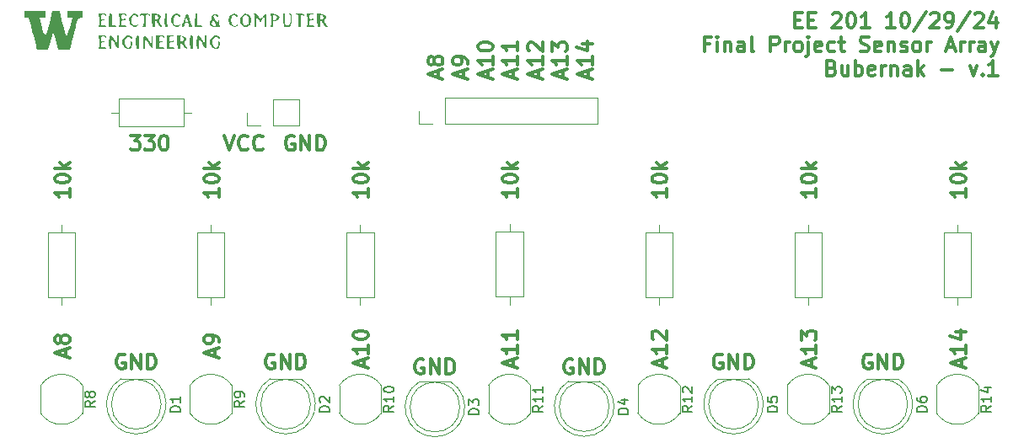
<source format=gbr>
G04 #@! TF.GenerationSoftware,KiCad,Pcbnew,8.0.6*
G04 #@! TF.CreationDate,2024-10-29T13:32:08-07:00*
G04 #@! TF.ProjectId,EE201_final_project_sensor_array,45453230-315f-4666-996e-616c5f70726f,rev?*
G04 #@! TF.SameCoordinates,Original*
G04 #@! TF.FileFunction,Legend,Top*
G04 #@! TF.FilePolarity,Positive*
%FSLAX46Y46*%
G04 Gerber Fmt 4.6, Leading zero omitted, Abs format (unit mm)*
G04 Created by KiCad (PCBNEW 8.0.6) date 2024-10-29 13:32:08*
%MOMM*%
%LPD*%
G01*
G04 APERTURE LIST*
%ADD10C,0.300000*%
%ADD11C,0.150000*%
%ADD12C,0.000000*%
%ADD13C,0.120000*%
G04 APERTURE END LIST*
D10*
X204159777Y-55185282D02*
X204659777Y-55185282D01*
X204874063Y-55970996D02*
X204159777Y-55970996D01*
X204159777Y-55970996D02*
X204159777Y-54470996D01*
X204159777Y-54470996D02*
X204874063Y-54470996D01*
X205516920Y-55185282D02*
X206016920Y-55185282D01*
X206231206Y-55970996D02*
X205516920Y-55970996D01*
X205516920Y-55970996D02*
X205516920Y-54470996D01*
X205516920Y-54470996D02*
X206231206Y-54470996D01*
X207945492Y-54613853D02*
X208016920Y-54542425D01*
X208016920Y-54542425D02*
X208159778Y-54470996D01*
X208159778Y-54470996D02*
X208516920Y-54470996D01*
X208516920Y-54470996D02*
X208659778Y-54542425D01*
X208659778Y-54542425D02*
X208731206Y-54613853D01*
X208731206Y-54613853D02*
X208802635Y-54756710D01*
X208802635Y-54756710D02*
X208802635Y-54899568D01*
X208802635Y-54899568D02*
X208731206Y-55113853D01*
X208731206Y-55113853D02*
X207874063Y-55970996D01*
X207874063Y-55970996D02*
X208802635Y-55970996D01*
X209731206Y-54470996D02*
X209874063Y-54470996D01*
X209874063Y-54470996D02*
X210016920Y-54542425D01*
X210016920Y-54542425D02*
X210088349Y-54613853D01*
X210088349Y-54613853D02*
X210159777Y-54756710D01*
X210159777Y-54756710D02*
X210231206Y-55042425D01*
X210231206Y-55042425D02*
X210231206Y-55399568D01*
X210231206Y-55399568D02*
X210159777Y-55685282D01*
X210159777Y-55685282D02*
X210088349Y-55828139D01*
X210088349Y-55828139D02*
X210016920Y-55899568D01*
X210016920Y-55899568D02*
X209874063Y-55970996D01*
X209874063Y-55970996D02*
X209731206Y-55970996D01*
X209731206Y-55970996D02*
X209588349Y-55899568D01*
X209588349Y-55899568D02*
X209516920Y-55828139D01*
X209516920Y-55828139D02*
X209445491Y-55685282D01*
X209445491Y-55685282D02*
X209374063Y-55399568D01*
X209374063Y-55399568D02*
X209374063Y-55042425D01*
X209374063Y-55042425D02*
X209445491Y-54756710D01*
X209445491Y-54756710D02*
X209516920Y-54613853D01*
X209516920Y-54613853D02*
X209588349Y-54542425D01*
X209588349Y-54542425D02*
X209731206Y-54470996D01*
X211659777Y-55970996D02*
X210802634Y-55970996D01*
X211231205Y-55970996D02*
X211231205Y-54470996D01*
X211231205Y-54470996D02*
X211088348Y-54685282D01*
X211088348Y-54685282D02*
X210945491Y-54828139D01*
X210945491Y-54828139D02*
X210802634Y-54899568D01*
X214231205Y-55970996D02*
X213374062Y-55970996D01*
X213802633Y-55970996D02*
X213802633Y-54470996D01*
X213802633Y-54470996D02*
X213659776Y-54685282D01*
X213659776Y-54685282D02*
X213516919Y-54828139D01*
X213516919Y-54828139D02*
X213374062Y-54899568D01*
X215159776Y-54470996D02*
X215302633Y-54470996D01*
X215302633Y-54470996D02*
X215445490Y-54542425D01*
X215445490Y-54542425D02*
X215516919Y-54613853D01*
X215516919Y-54613853D02*
X215588347Y-54756710D01*
X215588347Y-54756710D02*
X215659776Y-55042425D01*
X215659776Y-55042425D02*
X215659776Y-55399568D01*
X215659776Y-55399568D02*
X215588347Y-55685282D01*
X215588347Y-55685282D02*
X215516919Y-55828139D01*
X215516919Y-55828139D02*
X215445490Y-55899568D01*
X215445490Y-55899568D02*
X215302633Y-55970996D01*
X215302633Y-55970996D02*
X215159776Y-55970996D01*
X215159776Y-55970996D02*
X215016919Y-55899568D01*
X215016919Y-55899568D02*
X214945490Y-55828139D01*
X214945490Y-55828139D02*
X214874061Y-55685282D01*
X214874061Y-55685282D02*
X214802633Y-55399568D01*
X214802633Y-55399568D02*
X214802633Y-55042425D01*
X214802633Y-55042425D02*
X214874061Y-54756710D01*
X214874061Y-54756710D02*
X214945490Y-54613853D01*
X214945490Y-54613853D02*
X215016919Y-54542425D01*
X215016919Y-54542425D02*
X215159776Y-54470996D01*
X217374061Y-54399568D02*
X216088347Y-56328139D01*
X217802633Y-54613853D02*
X217874061Y-54542425D01*
X217874061Y-54542425D02*
X218016919Y-54470996D01*
X218016919Y-54470996D02*
X218374061Y-54470996D01*
X218374061Y-54470996D02*
X218516919Y-54542425D01*
X218516919Y-54542425D02*
X218588347Y-54613853D01*
X218588347Y-54613853D02*
X218659776Y-54756710D01*
X218659776Y-54756710D02*
X218659776Y-54899568D01*
X218659776Y-54899568D02*
X218588347Y-55113853D01*
X218588347Y-55113853D02*
X217731204Y-55970996D01*
X217731204Y-55970996D02*
X218659776Y-55970996D01*
X219374061Y-55970996D02*
X219659775Y-55970996D01*
X219659775Y-55970996D02*
X219802632Y-55899568D01*
X219802632Y-55899568D02*
X219874061Y-55828139D01*
X219874061Y-55828139D02*
X220016918Y-55613853D01*
X220016918Y-55613853D02*
X220088347Y-55328139D01*
X220088347Y-55328139D02*
X220088347Y-54756710D01*
X220088347Y-54756710D02*
X220016918Y-54613853D01*
X220016918Y-54613853D02*
X219945490Y-54542425D01*
X219945490Y-54542425D02*
X219802632Y-54470996D01*
X219802632Y-54470996D02*
X219516918Y-54470996D01*
X219516918Y-54470996D02*
X219374061Y-54542425D01*
X219374061Y-54542425D02*
X219302632Y-54613853D01*
X219302632Y-54613853D02*
X219231204Y-54756710D01*
X219231204Y-54756710D02*
X219231204Y-55113853D01*
X219231204Y-55113853D02*
X219302632Y-55256710D01*
X219302632Y-55256710D02*
X219374061Y-55328139D01*
X219374061Y-55328139D02*
X219516918Y-55399568D01*
X219516918Y-55399568D02*
X219802632Y-55399568D01*
X219802632Y-55399568D02*
X219945490Y-55328139D01*
X219945490Y-55328139D02*
X220016918Y-55256710D01*
X220016918Y-55256710D02*
X220088347Y-55113853D01*
X221802632Y-54399568D02*
X220516918Y-56328139D01*
X222231204Y-54613853D02*
X222302632Y-54542425D01*
X222302632Y-54542425D02*
X222445490Y-54470996D01*
X222445490Y-54470996D02*
X222802632Y-54470996D01*
X222802632Y-54470996D02*
X222945490Y-54542425D01*
X222945490Y-54542425D02*
X223016918Y-54613853D01*
X223016918Y-54613853D02*
X223088347Y-54756710D01*
X223088347Y-54756710D02*
X223088347Y-54899568D01*
X223088347Y-54899568D02*
X223016918Y-55113853D01*
X223016918Y-55113853D02*
X222159775Y-55970996D01*
X222159775Y-55970996D02*
X223088347Y-55970996D01*
X224374061Y-54970996D02*
X224374061Y-55970996D01*
X224016918Y-54399568D02*
X223659775Y-55470996D01*
X223659775Y-55470996D02*
X224588346Y-55470996D01*
X195588348Y-57600198D02*
X195088348Y-57600198D01*
X195088348Y-58385912D02*
X195088348Y-56885912D01*
X195088348Y-56885912D02*
X195802634Y-56885912D01*
X196374062Y-58385912D02*
X196374062Y-57385912D01*
X196374062Y-56885912D02*
X196302634Y-56957341D01*
X196302634Y-56957341D02*
X196374062Y-57028769D01*
X196374062Y-57028769D02*
X196445491Y-56957341D01*
X196445491Y-56957341D02*
X196374062Y-56885912D01*
X196374062Y-56885912D02*
X196374062Y-57028769D01*
X197088348Y-57385912D02*
X197088348Y-58385912D01*
X197088348Y-57528769D02*
X197159777Y-57457341D01*
X197159777Y-57457341D02*
X197302634Y-57385912D01*
X197302634Y-57385912D02*
X197516920Y-57385912D01*
X197516920Y-57385912D02*
X197659777Y-57457341D01*
X197659777Y-57457341D02*
X197731206Y-57600198D01*
X197731206Y-57600198D02*
X197731206Y-58385912D01*
X199088349Y-58385912D02*
X199088349Y-57600198D01*
X199088349Y-57600198D02*
X199016920Y-57457341D01*
X199016920Y-57457341D02*
X198874063Y-57385912D01*
X198874063Y-57385912D02*
X198588349Y-57385912D01*
X198588349Y-57385912D02*
X198445491Y-57457341D01*
X199088349Y-58314484D02*
X198945491Y-58385912D01*
X198945491Y-58385912D02*
X198588349Y-58385912D01*
X198588349Y-58385912D02*
X198445491Y-58314484D01*
X198445491Y-58314484D02*
X198374063Y-58171626D01*
X198374063Y-58171626D02*
X198374063Y-58028769D01*
X198374063Y-58028769D02*
X198445491Y-57885912D01*
X198445491Y-57885912D02*
X198588349Y-57814484D01*
X198588349Y-57814484D02*
X198945491Y-57814484D01*
X198945491Y-57814484D02*
X199088349Y-57743055D01*
X200016920Y-58385912D02*
X199874063Y-58314484D01*
X199874063Y-58314484D02*
X199802634Y-58171626D01*
X199802634Y-58171626D02*
X199802634Y-56885912D01*
X201731205Y-58385912D02*
X201731205Y-56885912D01*
X201731205Y-56885912D02*
X202302634Y-56885912D01*
X202302634Y-56885912D02*
X202445491Y-56957341D01*
X202445491Y-56957341D02*
X202516920Y-57028769D01*
X202516920Y-57028769D02*
X202588348Y-57171626D01*
X202588348Y-57171626D02*
X202588348Y-57385912D01*
X202588348Y-57385912D02*
X202516920Y-57528769D01*
X202516920Y-57528769D02*
X202445491Y-57600198D01*
X202445491Y-57600198D02*
X202302634Y-57671626D01*
X202302634Y-57671626D02*
X201731205Y-57671626D01*
X203231205Y-58385912D02*
X203231205Y-57385912D01*
X203231205Y-57671626D02*
X203302634Y-57528769D01*
X203302634Y-57528769D02*
X203374063Y-57457341D01*
X203374063Y-57457341D02*
X203516920Y-57385912D01*
X203516920Y-57385912D02*
X203659777Y-57385912D01*
X204374062Y-58385912D02*
X204231205Y-58314484D01*
X204231205Y-58314484D02*
X204159776Y-58243055D01*
X204159776Y-58243055D02*
X204088348Y-58100198D01*
X204088348Y-58100198D02*
X204088348Y-57671626D01*
X204088348Y-57671626D02*
X204159776Y-57528769D01*
X204159776Y-57528769D02*
X204231205Y-57457341D01*
X204231205Y-57457341D02*
X204374062Y-57385912D01*
X204374062Y-57385912D02*
X204588348Y-57385912D01*
X204588348Y-57385912D02*
X204731205Y-57457341D01*
X204731205Y-57457341D02*
X204802634Y-57528769D01*
X204802634Y-57528769D02*
X204874062Y-57671626D01*
X204874062Y-57671626D02*
X204874062Y-58100198D01*
X204874062Y-58100198D02*
X204802634Y-58243055D01*
X204802634Y-58243055D02*
X204731205Y-58314484D01*
X204731205Y-58314484D02*
X204588348Y-58385912D01*
X204588348Y-58385912D02*
X204374062Y-58385912D01*
X205516919Y-57385912D02*
X205516919Y-58671626D01*
X205516919Y-58671626D02*
X205445491Y-58814484D01*
X205445491Y-58814484D02*
X205302634Y-58885912D01*
X205302634Y-58885912D02*
X205231205Y-58885912D01*
X205516919Y-56885912D02*
X205445491Y-56957341D01*
X205445491Y-56957341D02*
X205516919Y-57028769D01*
X205516919Y-57028769D02*
X205588348Y-56957341D01*
X205588348Y-56957341D02*
X205516919Y-56885912D01*
X205516919Y-56885912D02*
X205516919Y-57028769D01*
X206802634Y-58314484D02*
X206659777Y-58385912D01*
X206659777Y-58385912D02*
X206374063Y-58385912D01*
X206374063Y-58385912D02*
X206231205Y-58314484D01*
X206231205Y-58314484D02*
X206159777Y-58171626D01*
X206159777Y-58171626D02*
X206159777Y-57600198D01*
X206159777Y-57600198D02*
X206231205Y-57457341D01*
X206231205Y-57457341D02*
X206374063Y-57385912D01*
X206374063Y-57385912D02*
X206659777Y-57385912D01*
X206659777Y-57385912D02*
X206802634Y-57457341D01*
X206802634Y-57457341D02*
X206874063Y-57600198D01*
X206874063Y-57600198D02*
X206874063Y-57743055D01*
X206874063Y-57743055D02*
X206159777Y-57885912D01*
X208159777Y-58314484D02*
X208016919Y-58385912D01*
X208016919Y-58385912D02*
X207731205Y-58385912D01*
X207731205Y-58385912D02*
X207588348Y-58314484D01*
X207588348Y-58314484D02*
X207516919Y-58243055D01*
X207516919Y-58243055D02*
X207445491Y-58100198D01*
X207445491Y-58100198D02*
X207445491Y-57671626D01*
X207445491Y-57671626D02*
X207516919Y-57528769D01*
X207516919Y-57528769D02*
X207588348Y-57457341D01*
X207588348Y-57457341D02*
X207731205Y-57385912D01*
X207731205Y-57385912D02*
X208016919Y-57385912D01*
X208016919Y-57385912D02*
X208159777Y-57457341D01*
X208588348Y-57385912D02*
X209159776Y-57385912D01*
X208802633Y-56885912D02*
X208802633Y-58171626D01*
X208802633Y-58171626D02*
X208874062Y-58314484D01*
X208874062Y-58314484D02*
X209016919Y-58385912D01*
X209016919Y-58385912D02*
X209159776Y-58385912D01*
X210731205Y-58314484D02*
X210945491Y-58385912D01*
X210945491Y-58385912D02*
X211302633Y-58385912D01*
X211302633Y-58385912D02*
X211445491Y-58314484D01*
X211445491Y-58314484D02*
X211516919Y-58243055D01*
X211516919Y-58243055D02*
X211588348Y-58100198D01*
X211588348Y-58100198D02*
X211588348Y-57957341D01*
X211588348Y-57957341D02*
X211516919Y-57814484D01*
X211516919Y-57814484D02*
X211445491Y-57743055D01*
X211445491Y-57743055D02*
X211302633Y-57671626D01*
X211302633Y-57671626D02*
X211016919Y-57600198D01*
X211016919Y-57600198D02*
X210874062Y-57528769D01*
X210874062Y-57528769D02*
X210802633Y-57457341D01*
X210802633Y-57457341D02*
X210731205Y-57314484D01*
X210731205Y-57314484D02*
X210731205Y-57171626D01*
X210731205Y-57171626D02*
X210802633Y-57028769D01*
X210802633Y-57028769D02*
X210874062Y-56957341D01*
X210874062Y-56957341D02*
X211016919Y-56885912D01*
X211016919Y-56885912D02*
X211374062Y-56885912D01*
X211374062Y-56885912D02*
X211588348Y-56957341D01*
X212802633Y-58314484D02*
X212659776Y-58385912D01*
X212659776Y-58385912D02*
X212374062Y-58385912D01*
X212374062Y-58385912D02*
X212231204Y-58314484D01*
X212231204Y-58314484D02*
X212159776Y-58171626D01*
X212159776Y-58171626D02*
X212159776Y-57600198D01*
X212159776Y-57600198D02*
X212231204Y-57457341D01*
X212231204Y-57457341D02*
X212374062Y-57385912D01*
X212374062Y-57385912D02*
X212659776Y-57385912D01*
X212659776Y-57385912D02*
X212802633Y-57457341D01*
X212802633Y-57457341D02*
X212874062Y-57600198D01*
X212874062Y-57600198D02*
X212874062Y-57743055D01*
X212874062Y-57743055D02*
X212159776Y-57885912D01*
X213516918Y-57385912D02*
X213516918Y-58385912D01*
X213516918Y-57528769D02*
X213588347Y-57457341D01*
X213588347Y-57457341D02*
X213731204Y-57385912D01*
X213731204Y-57385912D02*
X213945490Y-57385912D01*
X213945490Y-57385912D02*
X214088347Y-57457341D01*
X214088347Y-57457341D02*
X214159776Y-57600198D01*
X214159776Y-57600198D02*
X214159776Y-58385912D01*
X214802633Y-58314484D02*
X214945490Y-58385912D01*
X214945490Y-58385912D02*
X215231204Y-58385912D01*
X215231204Y-58385912D02*
X215374061Y-58314484D01*
X215374061Y-58314484D02*
X215445490Y-58171626D01*
X215445490Y-58171626D02*
X215445490Y-58100198D01*
X215445490Y-58100198D02*
X215374061Y-57957341D01*
X215374061Y-57957341D02*
X215231204Y-57885912D01*
X215231204Y-57885912D02*
X215016919Y-57885912D01*
X215016919Y-57885912D02*
X214874061Y-57814484D01*
X214874061Y-57814484D02*
X214802633Y-57671626D01*
X214802633Y-57671626D02*
X214802633Y-57600198D01*
X214802633Y-57600198D02*
X214874061Y-57457341D01*
X214874061Y-57457341D02*
X215016919Y-57385912D01*
X215016919Y-57385912D02*
X215231204Y-57385912D01*
X215231204Y-57385912D02*
X215374061Y-57457341D01*
X216302633Y-58385912D02*
X216159776Y-58314484D01*
X216159776Y-58314484D02*
X216088347Y-58243055D01*
X216088347Y-58243055D02*
X216016919Y-58100198D01*
X216016919Y-58100198D02*
X216016919Y-57671626D01*
X216016919Y-57671626D02*
X216088347Y-57528769D01*
X216088347Y-57528769D02*
X216159776Y-57457341D01*
X216159776Y-57457341D02*
X216302633Y-57385912D01*
X216302633Y-57385912D02*
X216516919Y-57385912D01*
X216516919Y-57385912D02*
X216659776Y-57457341D01*
X216659776Y-57457341D02*
X216731205Y-57528769D01*
X216731205Y-57528769D02*
X216802633Y-57671626D01*
X216802633Y-57671626D02*
X216802633Y-58100198D01*
X216802633Y-58100198D02*
X216731205Y-58243055D01*
X216731205Y-58243055D02*
X216659776Y-58314484D01*
X216659776Y-58314484D02*
X216516919Y-58385912D01*
X216516919Y-58385912D02*
X216302633Y-58385912D01*
X217445490Y-58385912D02*
X217445490Y-57385912D01*
X217445490Y-57671626D02*
X217516919Y-57528769D01*
X217516919Y-57528769D02*
X217588348Y-57457341D01*
X217588348Y-57457341D02*
X217731205Y-57385912D01*
X217731205Y-57385912D02*
X217874062Y-57385912D01*
X219445490Y-57957341D02*
X220159776Y-57957341D01*
X219302633Y-58385912D02*
X219802633Y-56885912D01*
X219802633Y-56885912D02*
X220302633Y-58385912D01*
X220802632Y-58385912D02*
X220802632Y-57385912D01*
X220802632Y-57671626D02*
X220874061Y-57528769D01*
X220874061Y-57528769D02*
X220945490Y-57457341D01*
X220945490Y-57457341D02*
X221088347Y-57385912D01*
X221088347Y-57385912D02*
X221231204Y-57385912D01*
X221731203Y-58385912D02*
X221731203Y-57385912D01*
X221731203Y-57671626D02*
X221802632Y-57528769D01*
X221802632Y-57528769D02*
X221874061Y-57457341D01*
X221874061Y-57457341D02*
X222016918Y-57385912D01*
X222016918Y-57385912D02*
X222159775Y-57385912D01*
X223302632Y-58385912D02*
X223302632Y-57600198D01*
X223302632Y-57600198D02*
X223231203Y-57457341D01*
X223231203Y-57457341D02*
X223088346Y-57385912D01*
X223088346Y-57385912D02*
X222802632Y-57385912D01*
X222802632Y-57385912D02*
X222659774Y-57457341D01*
X223302632Y-58314484D02*
X223159774Y-58385912D01*
X223159774Y-58385912D02*
X222802632Y-58385912D01*
X222802632Y-58385912D02*
X222659774Y-58314484D01*
X222659774Y-58314484D02*
X222588346Y-58171626D01*
X222588346Y-58171626D02*
X222588346Y-58028769D01*
X222588346Y-58028769D02*
X222659774Y-57885912D01*
X222659774Y-57885912D02*
X222802632Y-57814484D01*
X222802632Y-57814484D02*
X223159774Y-57814484D01*
X223159774Y-57814484D02*
X223302632Y-57743055D01*
X223874060Y-57385912D02*
X224231203Y-58385912D01*
X224588346Y-57385912D02*
X224231203Y-58385912D01*
X224231203Y-58385912D02*
X224088346Y-58743055D01*
X224088346Y-58743055D02*
X224016917Y-58814484D01*
X224016917Y-58814484D02*
X223874060Y-58885912D01*
X207874060Y-60015114D02*
X208088346Y-60086542D01*
X208088346Y-60086542D02*
X208159775Y-60157971D01*
X208159775Y-60157971D02*
X208231203Y-60300828D01*
X208231203Y-60300828D02*
X208231203Y-60515114D01*
X208231203Y-60515114D02*
X208159775Y-60657971D01*
X208159775Y-60657971D02*
X208088346Y-60729400D01*
X208088346Y-60729400D02*
X207945489Y-60800828D01*
X207945489Y-60800828D02*
X207374060Y-60800828D01*
X207374060Y-60800828D02*
X207374060Y-59300828D01*
X207374060Y-59300828D02*
X207874060Y-59300828D01*
X207874060Y-59300828D02*
X208016918Y-59372257D01*
X208016918Y-59372257D02*
X208088346Y-59443685D01*
X208088346Y-59443685D02*
X208159775Y-59586542D01*
X208159775Y-59586542D02*
X208159775Y-59729400D01*
X208159775Y-59729400D02*
X208088346Y-59872257D01*
X208088346Y-59872257D02*
X208016918Y-59943685D01*
X208016918Y-59943685D02*
X207874060Y-60015114D01*
X207874060Y-60015114D02*
X207374060Y-60015114D01*
X209516918Y-59800828D02*
X209516918Y-60800828D01*
X208874060Y-59800828D02*
X208874060Y-60586542D01*
X208874060Y-60586542D02*
X208945489Y-60729400D01*
X208945489Y-60729400D02*
X209088346Y-60800828D01*
X209088346Y-60800828D02*
X209302632Y-60800828D01*
X209302632Y-60800828D02*
X209445489Y-60729400D01*
X209445489Y-60729400D02*
X209516918Y-60657971D01*
X210231203Y-60800828D02*
X210231203Y-59300828D01*
X210231203Y-59872257D02*
X210374061Y-59800828D01*
X210374061Y-59800828D02*
X210659775Y-59800828D01*
X210659775Y-59800828D02*
X210802632Y-59872257D01*
X210802632Y-59872257D02*
X210874061Y-59943685D01*
X210874061Y-59943685D02*
X210945489Y-60086542D01*
X210945489Y-60086542D02*
X210945489Y-60515114D01*
X210945489Y-60515114D02*
X210874061Y-60657971D01*
X210874061Y-60657971D02*
X210802632Y-60729400D01*
X210802632Y-60729400D02*
X210659775Y-60800828D01*
X210659775Y-60800828D02*
X210374061Y-60800828D01*
X210374061Y-60800828D02*
X210231203Y-60729400D01*
X212159775Y-60729400D02*
X212016918Y-60800828D01*
X212016918Y-60800828D02*
X211731204Y-60800828D01*
X211731204Y-60800828D02*
X211588346Y-60729400D01*
X211588346Y-60729400D02*
X211516918Y-60586542D01*
X211516918Y-60586542D02*
X211516918Y-60015114D01*
X211516918Y-60015114D02*
X211588346Y-59872257D01*
X211588346Y-59872257D02*
X211731204Y-59800828D01*
X211731204Y-59800828D02*
X212016918Y-59800828D01*
X212016918Y-59800828D02*
X212159775Y-59872257D01*
X212159775Y-59872257D02*
X212231204Y-60015114D01*
X212231204Y-60015114D02*
X212231204Y-60157971D01*
X212231204Y-60157971D02*
X211516918Y-60300828D01*
X212874060Y-60800828D02*
X212874060Y-59800828D01*
X212874060Y-60086542D02*
X212945489Y-59943685D01*
X212945489Y-59943685D02*
X213016918Y-59872257D01*
X213016918Y-59872257D02*
X213159775Y-59800828D01*
X213159775Y-59800828D02*
X213302632Y-59800828D01*
X213802631Y-59800828D02*
X213802631Y-60800828D01*
X213802631Y-59943685D02*
X213874060Y-59872257D01*
X213874060Y-59872257D02*
X214016917Y-59800828D01*
X214016917Y-59800828D02*
X214231203Y-59800828D01*
X214231203Y-59800828D02*
X214374060Y-59872257D01*
X214374060Y-59872257D02*
X214445489Y-60015114D01*
X214445489Y-60015114D02*
X214445489Y-60800828D01*
X215802632Y-60800828D02*
X215802632Y-60015114D01*
X215802632Y-60015114D02*
X215731203Y-59872257D01*
X215731203Y-59872257D02*
X215588346Y-59800828D01*
X215588346Y-59800828D02*
X215302632Y-59800828D01*
X215302632Y-59800828D02*
X215159774Y-59872257D01*
X215802632Y-60729400D02*
X215659774Y-60800828D01*
X215659774Y-60800828D02*
X215302632Y-60800828D01*
X215302632Y-60800828D02*
X215159774Y-60729400D01*
X215159774Y-60729400D02*
X215088346Y-60586542D01*
X215088346Y-60586542D02*
X215088346Y-60443685D01*
X215088346Y-60443685D02*
X215159774Y-60300828D01*
X215159774Y-60300828D02*
X215302632Y-60229400D01*
X215302632Y-60229400D02*
X215659774Y-60229400D01*
X215659774Y-60229400D02*
X215802632Y-60157971D01*
X216516917Y-60800828D02*
X216516917Y-59300828D01*
X216659775Y-60229400D02*
X217088346Y-60800828D01*
X217088346Y-59800828D02*
X216516917Y-60372257D01*
X218874060Y-60229400D02*
X220016918Y-60229400D01*
X221731203Y-59800828D02*
X222088346Y-60800828D01*
X222088346Y-60800828D02*
X222445489Y-59800828D01*
X223016917Y-60657971D02*
X223088346Y-60729400D01*
X223088346Y-60729400D02*
X223016917Y-60800828D01*
X223016917Y-60800828D02*
X222945489Y-60729400D01*
X222945489Y-60729400D02*
X223016917Y-60657971D01*
X223016917Y-60657971D02*
X223016917Y-60800828D01*
X224516918Y-60800828D02*
X223659775Y-60800828D01*
X224088346Y-60800828D02*
X224088346Y-59300828D01*
X224088346Y-59300828D02*
X223945489Y-59515114D01*
X223945489Y-59515114D02*
X223802632Y-59657971D01*
X223802632Y-59657971D02*
X223659775Y-59729400D01*
X220872257Y-90016917D02*
X220872257Y-89302632D01*
X221300828Y-90159774D02*
X219800828Y-89659774D01*
X219800828Y-89659774D02*
X221300828Y-89159774D01*
X221300828Y-87874060D02*
X221300828Y-88731203D01*
X221300828Y-88302632D02*
X219800828Y-88302632D01*
X219800828Y-88302632D02*
X220015114Y-88445489D01*
X220015114Y-88445489D02*
X220157971Y-88588346D01*
X220157971Y-88588346D02*
X220229400Y-88731203D01*
X220300828Y-86588347D02*
X221300828Y-86588347D01*
X219729400Y-86945489D02*
X220800828Y-87302632D01*
X220800828Y-87302632D02*
X220800828Y-86374061D01*
X205872257Y-90016917D02*
X205872257Y-89302632D01*
X206300828Y-90159774D02*
X204800828Y-89659774D01*
X204800828Y-89659774D02*
X206300828Y-89159774D01*
X206300828Y-87874060D02*
X206300828Y-88731203D01*
X206300828Y-88302632D02*
X204800828Y-88302632D01*
X204800828Y-88302632D02*
X205015114Y-88445489D01*
X205015114Y-88445489D02*
X205157971Y-88588346D01*
X205157971Y-88588346D02*
X205229400Y-88731203D01*
X204800828Y-87374061D02*
X204800828Y-86445489D01*
X204800828Y-86445489D02*
X205372257Y-86945489D01*
X205372257Y-86945489D02*
X205372257Y-86731204D01*
X205372257Y-86731204D02*
X205443685Y-86588347D01*
X205443685Y-86588347D02*
X205515114Y-86516918D01*
X205515114Y-86516918D02*
X205657971Y-86445489D01*
X205657971Y-86445489D02*
X206015114Y-86445489D01*
X206015114Y-86445489D02*
X206157971Y-86516918D01*
X206157971Y-86516918D02*
X206229400Y-86588347D01*
X206229400Y-86588347D02*
X206300828Y-86731204D01*
X206300828Y-86731204D02*
X206300828Y-87159775D01*
X206300828Y-87159775D02*
X206229400Y-87302632D01*
X206229400Y-87302632D02*
X206157971Y-87374061D01*
X190872257Y-90016917D02*
X190872257Y-89302632D01*
X191300828Y-90159774D02*
X189800828Y-89659774D01*
X189800828Y-89659774D02*
X191300828Y-89159774D01*
X191300828Y-87874060D02*
X191300828Y-88731203D01*
X191300828Y-88302632D02*
X189800828Y-88302632D01*
X189800828Y-88302632D02*
X190015114Y-88445489D01*
X190015114Y-88445489D02*
X190157971Y-88588346D01*
X190157971Y-88588346D02*
X190229400Y-88731203D01*
X189943685Y-87302632D02*
X189872257Y-87231204D01*
X189872257Y-87231204D02*
X189800828Y-87088347D01*
X189800828Y-87088347D02*
X189800828Y-86731204D01*
X189800828Y-86731204D02*
X189872257Y-86588347D01*
X189872257Y-86588347D02*
X189943685Y-86516918D01*
X189943685Y-86516918D02*
X190086542Y-86445489D01*
X190086542Y-86445489D02*
X190229400Y-86445489D01*
X190229400Y-86445489D02*
X190443685Y-86516918D01*
X190443685Y-86516918D02*
X191300828Y-87374061D01*
X191300828Y-87374061D02*
X191300828Y-86445489D01*
X175872257Y-90016917D02*
X175872257Y-89302632D01*
X176300828Y-90159774D02*
X174800828Y-89659774D01*
X174800828Y-89659774D02*
X176300828Y-89159774D01*
X176300828Y-87874060D02*
X176300828Y-88731203D01*
X176300828Y-88302632D02*
X174800828Y-88302632D01*
X174800828Y-88302632D02*
X175015114Y-88445489D01*
X175015114Y-88445489D02*
X175157971Y-88588346D01*
X175157971Y-88588346D02*
X175229400Y-88731203D01*
X176300828Y-86445489D02*
X176300828Y-87302632D01*
X176300828Y-86874061D02*
X174800828Y-86874061D01*
X174800828Y-86874061D02*
X175015114Y-87016918D01*
X175015114Y-87016918D02*
X175157971Y-87159775D01*
X175157971Y-87159775D02*
X175229400Y-87302632D01*
X160872257Y-90016917D02*
X160872257Y-89302632D01*
X161300828Y-90159774D02*
X159800828Y-89659774D01*
X159800828Y-89659774D02*
X161300828Y-89159774D01*
X161300828Y-87874060D02*
X161300828Y-88731203D01*
X161300828Y-88302632D02*
X159800828Y-88302632D01*
X159800828Y-88302632D02*
X160015114Y-88445489D01*
X160015114Y-88445489D02*
X160157971Y-88588346D01*
X160157971Y-88588346D02*
X160229400Y-88731203D01*
X159800828Y-86945489D02*
X159800828Y-86802632D01*
X159800828Y-86802632D02*
X159872257Y-86659775D01*
X159872257Y-86659775D02*
X159943685Y-86588347D01*
X159943685Y-86588347D02*
X160086542Y-86516918D01*
X160086542Y-86516918D02*
X160372257Y-86445489D01*
X160372257Y-86445489D02*
X160729400Y-86445489D01*
X160729400Y-86445489D02*
X161015114Y-86516918D01*
X161015114Y-86516918D02*
X161157971Y-86588347D01*
X161157971Y-86588347D02*
X161229400Y-86659775D01*
X161229400Y-86659775D02*
X161300828Y-86802632D01*
X161300828Y-86802632D02*
X161300828Y-86945489D01*
X161300828Y-86945489D02*
X161229400Y-87088347D01*
X161229400Y-87088347D02*
X161157971Y-87159775D01*
X161157971Y-87159775D02*
X161015114Y-87231204D01*
X161015114Y-87231204D02*
X160729400Y-87302632D01*
X160729400Y-87302632D02*
X160372257Y-87302632D01*
X160372257Y-87302632D02*
X160086542Y-87231204D01*
X160086542Y-87231204D02*
X159943685Y-87159775D01*
X159943685Y-87159775D02*
X159872257Y-87088347D01*
X159872257Y-87088347D02*
X159800828Y-86945489D01*
X145872257Y-89016917D02*
X145872257Y-88302632D01*
X146300828Y-89159774D02*
X144800828Y-88659774D01*
X144800828Y-88659774D02*
X146300828Y-88159774D01*
X146300828Y-87588346D02*
X146300828Y-87302632D01*
X146300828Y-87302632D02*
X146229400Y-87159775D01*
X146229400Y-87159775D02*
X146157971Y-87088346D01*
X146157971Y-87088346D02*
X145943685Y-86945489D01*
X145943685Y-86945489D02*
X145657971Y-86874060D01*
X145657971Y-86874060D02*
X145086542Y-86874060D01*
X145086542Y-86874060D02*
X144943685Y-86945489D01*
X144943685Y-86945489D02*
X144872257Y-87016918D01*
X144872257Y-87016918D02*
X144800828Y-87159775D01*
X144800828Y-87159775D02*
X144800828Y-87445489D01*
X144800828Y-87445489D02*
X144872257Y-87588346D01*
X144872257Y-87588346D02*
X144943685Y-87659775D01*
X144943685Y-87659775D02*
X145086542Y-87731203D01*
X145086542Y-87731203D02*
X145443685Y-87731203D01*
X145443685Y-87731203D02*
X145586542Y-87659775D01*
X145586542Y-87659775D02*
X145657971Y-87588346D01*
X145657971Y-87588346D02*
X145729400Y-87445489D01*
X145729400Y-87445489D02*
X145729400Y-87159775D01*
X145729400Y-87159775D02*
X145657971Y-87016918D01*
X145657971Y-87016918D02*
X145586542Y-86945489D01*
X145586542Y-86945489D02*
X145443685Y-86874060D01*
X130872257Y-89016917D02*
X130872257Y-88302632D01*
X131300828Y-89159774D02*
X129800828Y-88659774D01*
X129800828Y-88659774D02*
X131300828Y-88159774D01*
X130443685Y-87445489D02*
X130372257Y-87588346D01*
X130372257Y-87588346D02*
X130300828Y-87659775D01*
X130300828Y-87659775D02*
X130157971Y-87731203D01*
X130157971Y-87731203D02*
X130086542Y-87731203D01*
X130086542Y-87731203D02*
X129943685Y-87659775D01*
X129943685Y-87659775D02*
X129872257Y-87588346D01*
X129872257Y-87588346D02*
X129800828Y-87445489D01*
X129800828Y-87445489D02*
X129800828Y-87159775D01*
X129800828Y-87159775D02*
X129872257Y-87016918D01*
X129872257Y-87016918D02*
X129943685Y-86945489D01*
X129943685Y-86945489D02*
X130086542Y-86874060D01*
X130086542Y-86874060D02*
X130157971Y-86874060D01*
X130157971Y-86874060D02*
X130300828Y-86945489D01*
X130300828Y-86945489D02*
X130372257Y-87016918D01*
X130372257Y-87016918D02*
X130443685Y-87159775D01*
X130443685Y-87159775D02*
X130443685Y-87445489D01*
X130443685Y-87445489D02*
X130515114Y-87588346D01*
X130515114Y-87588346D02*
X130586542Y-87659775D01*
X130586542Y-87659775D02*
X130729400Y-87731203D01*
X130729400Y-87731203D02*
X131015114Y-87731203D01*
X131015114Y-87731203D02*
X131157971Y-87659775D01*
X131157971Y-87659775D02*
X131229400Y-87588346D01*
X131229400Y-87588346D02*
X131300828Y-87445489D01*
X131300828Y-87445489D02*
X131300828Y-87159775D01*
X131300828Y-87159775D02*
X131229400Y-87016918D01*
X131229400Y-87016918D02*
X131157971Y-86945489D01*
X131157971Y-86945489D02*
X131015114Y-86874060D01*
X131015114Y-86874060D02*
X130729400Y-86874060D01*
X130729400Y-86874060D02*
X130586542Y-86945489D01*
X130586542Y-86945489D02*
X130515114Y-87016918D01*
X130515114Y-87016918D02*
X130443685Y-87159775D01*
X221300828Y-72159774D02*
X221300828Y-73016917D01*
X221300828Y-72588346D02*
X219800828Y-72588346D01*
X219800828Y-72588346D02*
X220015114Y-72731203D01*
X220015114Y-72731203D02*
X220157971Y-72874060D01*
X220157971Y-72874060D02*
X220229400Y-73016917D01*
X219800828Y-71231203D02*
X219800828Y-71088346D01*
X219800828Y-71088346D02*
X219872257Y-70945489D01*
X219872257Y-70945489D02*
X219943685Y-70874061D01*
X219943685Y-70874061D02*
X220086542Y-70802632D01*
X220086542Y-70802632D02*
X220372257Y-70731203D01*
X220372257Y-70731203D02*
X220729400Y-70731203D01*
X220729400Y-70731203D02*
X221015114Y-70802632D01*
X221015114Y-70802632D02*
X221157971Y-70874061D01*
X221157971Y-70874061D02*
X221229400Y-70945489D01*
X221229400Y-70945489D02*
X221300828Y-71088346D01*
X221300828Y-71088346D02*
X221300828Y-71231203D01*
X221300828Y-71231203D02*
X221229400Y-71374061D01*
X221229400Y-71374061D02*
X221157971Y-71445489D01*
X221157971Y-71445489D02*
X221015114Y-71516918D01*
X221015114Y-71516918D02*
X220729400Y-71588346D01*
X220729400Y-71588346D02*
X220372257Y-71588346D01*
X220372257Y-71588346D02*
X220086542Y-71516918D01*
X220086542Y-71516918D02*
X219943685Y-71445489D01*
X219943685Y-71445489D02*
X219872257Y-71374061D01*
X219872257Y-71374061D02*
X219800828Y-71231203D01*
X221300828Y-70088347D02*
X219800828Y-70088347D01*
X220729400Y-69945490D02*
X221300828Y-69516918D01*
X220300828Y-69516918D02*
X220872257Y-70088347D01*
X206300828Y-72159774D02*
X206300828Y-73016917D01*
X206300828Y-72588346D02*
X204800828Y-72588346D01*
X204800828Y-72588346D02*
X205015114Y-72731203D01*
X205015114Y-72731203D02*
X205157971Y-72874060D01*
X205157971Y-72874060D02*
X205229400Y-73016917D01*
X204800828Y-71231203D02*
X204800828Y-71088346D01*
X204800828Y-71088346D02*
X204872257Y-70945489D01*
X204872257Y-70945489D02*
X204943685Y-70874061D01*
X204943685Y-70874061D02*
X205086542Y-70802632D01*
X205086542Y-70802632D02*
X205372257Y-70731203D01*
X205372257Y-70731203D02*
X205729400Y-70731203D01*
X205729400Y-70731203D02*
X206015114Y-70802632D01*
X206015114Y-70802632D02*
X206157971Y-70874061D01*
X206157971Y-70874061D02*
X206229400Y-70945489D01*
X206229400Y-70945489D02*
X206300828Y-71088346D01*
X206300828Y-71088346D02*
X206300828Y-71231203D01*
X206300828Y-71231203D02*
X206229400Y-71374061D01*
X206229400Y-71374061D02*
X206157971Y-71445489D01*
X206157971Y-71445489D02*
X206015114Y-71516918D01*
X206015114Y-71516918D02*
X205729400Y-71588346D01*
X205729400Y-71588346D02*
X205372257Y-71588346D01*
X205372257Y-71588346D02*
X205086542Y-71516918D01*
X205086542Y-71516918D02*
X204943685Y-71445489D01*
X204943685Y-71445489D02*
X204872257Y-71374061D01*
X204872257Y-71374061D02*
X204800828Y-71231203D01*
X206300828Y-70088347D02*
X204800828Y-70088347D01*
X205729400Y-69945490D02*
X206300828Y-69516918D01*
X205300828Y-69516918D02*
X205872257Y-70088347D01*
X191300828Y-72159774D02*
X191300828Y-73016917D01*
X191300828Y-72588346D02*
X189800828Y-72588346D01*
X189800828Y-72588346D02*
X190015114Y-72731203D01*
X190015114Y-72731203D02*
X190157971Y-72874060D01*
X190157971Y-72874060D02*
X190229400Y-73016917D01*
X189800828Y-71231203D02*
X189800828Y-71088346D01*
X189800828Y-71088346D02*
X189872257Y-70945489D01*
X189872257Y-70945489D02*
X189943685Y-70874061D01*
X189943685Y-70874061D02*
X190086542Y-70802632D01*
X190086542Y-70802632D02*
X190372257Y-70731203D01*
X190372257Y-70731203D02*
X190729400Y-70731203D01*
X190729400Y-70731203D02*
X191015114Y-70802632D01*
X191015114Y-70802632D02*
X191157971Y-70874061D01*
X191157971Y-70874061D02*
X191229400Y-70945489D01*
X191229400Y-70945489D02*
X191300828Y-71088346D01*
X191300828Y-71088346D02*
X191300828Y-71231203D01*
X191300828Y-71231203D02*
X191229400Y-71374061D01*
X191229400Y-71374061D02*
X191157971Y-71445489D01*
X191157971Y-71445489D02*
X191015114Y-71516918D01*
X191015114Y-71516918D02*
X190729400Y-71588346D01*
X190729400Y-71588346D02*
X190372257Y-71588346D01*
X190372257Y-71588346D02*
X190086542Y-71516918D01*
X190086542Y-71516918D02*
X189943685Y-71445489D01*
X189943685Y-71445489D02*
X189872257Y-71374061D01*
X189872257Y-71374061D02*
X189800828Y-71231203D01*
X191300828Y-70088347D02*
X189800828Y-70088347D01*
X190729400Y-69945490D02*
X191300828Y-69516918D01*
X190300828Y-69516918D02*
X190872257Y-70088347D01*
X176300828Y-72159774D02*
X176300828Y-73016917D01*
X176300828Y-72588346D02*
X174800828Y-72588346D01*
X174800828Y-72588346D02*
X175015114Y-72731203D01*
X175015114Y-72731203D02*
X175157971Y-72874060D01*
X175157971Y-72874060D02*
X175229400Y-73016917D01*
X174800828Y-71231203D02*
X174800828Y-71088346D01*
X174800828Y-71088346D02*
X174872257Y-70945489D01*
X174872257Y-70945489D02*
X174943685Y-70874061D01*
X174943685Y-70874061D02*
X175086542Y-70802632D01*
X175086542Y-70802632D02*
X175372257Y-70731203D01*
X175372257Y-70731203D02*
X175729400Y-70731203D01*
X175729400Y-70731203D02*
X176015114Y-70802632D01*
X176015114Y-70802632D02*
X176157971Y-70874061D01*
X176157971Y-70874061D02*
X176229400Y-70945489D01*
X176229400Y-70945489D02*
X176300828Y-71088346D01*
X176300828Y-71088346D02*
X176300828Y-71231203D01*
X176300828Y-71231203D02*
X176229400Y-71374061D01*
X176229400Y-71374061D02*
X176157971Y-71445489D01*
X176157971Y-71445489D02*
X176015114Y-71516918D01*
X176015114Y-71516918D02*
X175729400Y-71588346D01*
X175729400Y-71588346D02*
X175372257Y-71588346D01*
X175372257Y-71588346D02*
X175086542Y-71516918D01*
X175086542Y-71516918D02*
X174943685Y-71445489D01*
X174943685Y-71445489D02*
X174872257Y-71374061D01*
X174872257Y-71374061D02*
X174800828Y-71231203D01*
X176300828Y-70088347D02*
X174800828Y-70088347D01*
X175729400Y-69945490D02*
X176300828Y-69516918D01*
X175300828Y-69516918D02*
X175872257Y-70088347D01*
X161300828Y-72159774D02*
X161300828Y-73016917D01*
X161300828Y-72588346D02*
X159800828Y-72588346D01*
X159800828Y-72588346D02*
X160015114Y-72731203D01*
X160015114Y-72731203D02*
X160157971Y-72874060D01*
X160157971Y-72874060D02*
X160229400Y-73016917D01*
X159800828Y-71231203D02*
X159800828Y-71088346D01*
X159800828Y-71088346D02*
X159872257Y-70945489D01*
X159872257Y-70945489D02*
X159943685Y-70874061D01*
X159943685Y-70874061D02*
X160086542Y-70802632D01*
X160086542Y-70802632D02*
X160372257Y-70731203D01*
X160372257Y-70731203D02*
X160729400Y-70731203D01*
X160729400Y-70731203D02*
X161015114Y-70802632D01*
X161015114Y-70802632D02*
X161157971Y-70874061D01*
X161157971Y-70874061D02*
X161229400Y-70945489D01*
X161229400Y-70945489D02*
X161300828Y-71088346D01*
X161300828Y-71088346D02*
X161300828Y-71231203D01*
X161300828Y-71231203D02*
X161229400Y-71374061D01*
X161229400Y-71374061D02*
X161157971Y-71445489D01*
X161157971Y-71445489D02*
X161015114Y-71516918D01*
X161015114Y-71516918D02*
X160729400Y-71588346D01*
X160729400Y-71588346D02*
X160372257Y-71588346D01*
X160372257Y-71588346D02*
X160086542Y-71516918D01*
X160086542Y-71516918D02*
X159943685Y-71445489D01*
X159943685Y-71445489D02*
X159872257Y-71374061D01*
X159872257Y-71374061D02*
X159800828Y-71231203D01*
X161300828Y-70088347D02*
X159800828Y-70088347D01*
X160729400Y-69945490D02*
X161300828Y-69516918D01*
X160300828Y-69516918D02*
X160872257Y-70088347D01*
X146300828Y-72159774D02*
X146300828Y-73016917D01*
X146300828Y-72588346D02*
X144800828Y-72588346D01*
X144800828Y-72588346D02*
X145015114Y-72731203D01*
X145015114Y-72731203D02*
X145157971Y-72874060D01*
X145157971Y-72874060D02*
X145229400Y-73016917D01*
X144800828Y-71231203D02*
X144800828Y-71088346D01*
X144800828Y-71088346D02*
X144872257Y-70945489D01*
X144872257Y-70945489D02*
X144943685Y-70874061D01*
X144943685Y-70874061D02*
X145086542Y-70802632D01*
X145086542Y-70802632D02*
X145372257Y-70731203D01*
X145372257Y-70731203D02*
X145729400Y-70731203D01*
X145729400Y-70731203D02*
X146015114Y-70802632D01*
X146015114Y-70802632D02*
X146157971Y-70874061D01*
X146157971Y-70874061D02*
X146229400Y-70945489D01*
X146229400Y-70945489D02*
X146300828Y-71088346D01*
X146300828Y-71088346D02*
X146300828Y-71231203D01*
X146300828Y-71231203D02*
X146229400Y-71374061D01*
X146229400Y-71374061D02*
X146157971Y-71445489D01*
X146157971Y-71445489D02*
X146015114Y-71516918D01*
X146015114Y-71516918D02*
X145729400Y-71588346D01*
X145729400Y-71588346D02*
X145372257Y-71588346D01*
X145372257Y-71588346D02*
X145086542Y-71516918D01*
X145086542Y-71516918D02*
X144943685Y-71445489D01*
X144943685Y-71445489D02*
X144872257Y-71374061D01*
X144872257Y-71374061D02*
X144800828Y-71231203D01*
X146300828Y-70088347D02*
X144800828Y-70088347D01*
X145729400Y-69945490D02*
X146300828Y-69516918D01*
X145300828Y-69516918D02*
X145872257Y-70088347D01*
X131300828Y-72159774D02*
X131300828Y-73016917D01*
X131300828Y-72588346D02*
X129800828Y-72588346D01*
X129800828Y-72588346D02*
X130015114Y-72731203D01*
X130015114Y-72731203D02*
X130157971Y-72874060D01*
X130157971Y-72874060D02*
X130229400Y-73016917D01*
X129800828Y-71231203D02*
X129800828Y-71088346D01*
X129800828Y-71088346D02*
X129872257Y-70945489D01*
X129872257Y-70945489D02*
X129943685Y-70874061D01*
X129943685Y-70874061D02*
X130086542Y-70802632D01*
X130086542Y-70802632D02*
X130372257Y-70731203D01*
X130372257Y-70731203D02*
X130729400Y-70731203D01*
X130729400Y-70731203D02*
X131015114Y-70802632D01*
X131015114Y-70802632D02*
X131157971Y-70874061D01*
X131157971Y-70874061D02*
X131229400Y-70945489D01*
X131229400Y-70945489D02*
X131300828Y-71088346D01*
X131300828Y-71088346D02*
X131300828Y-71231203D01*
X131300828Y-71231203D02*
X131229400Y-71374061D01*
X131229400Y-71374061D02*
X131157971Y-71445489D01*
X131157971Y-71445489D02*
X131015114Y-71516918D01*
X131015114Y-71516918D02*
X130729400Y-71588346D01*
X130729400Y-71588346D02*
X130372257Y-71588346D01*
X130372257Y-71588346D02*
X130086542Y-71516918D01*
X130086542Y-71516918D02*
X129943685Y-71445489D01*
X129943685Y-71445489D02*
X129872257Y-71374061D01*
X129872257Y-71374061D02*
X129800828Y-71231203D01*
X131300828Y-70088347D02*
X129800828Y-70088347D01*
X130729400Y-69945490D02*
X131300828Y-69516918D01*
X130300828Y-69516918D02*
X130872257Y-70088347D01*
X211840225Y-88872257D02*
X211697368Y-88800828D01*
X211697368Y-88800828D02*
X211483082Y-88800828D01*
X211483082Y-88800828D02*
X211268796Y-88872257D01*
X211268796Y-88872257D02*
X211125939Y-89015114D01*
X211125939Y-89015114D02*
X211054510Y-89157971D01*
X211054510Y-89157971D02*
X210983082Y-89443685D01*
X210983082Y-89443685D02*
X210983082Y-89657971D01*
X210983082Y-89657971D02*
X211054510Y-89943685D01*
X211054510Y-89943685D02*
X211125939Y-90086542D01*
X211125939Y-90086542D02*
X211268796Y-90229400D01*
X211268796Y-90229400D02*
X211483082Y-90300828D01*
X211483082Y-90300828D02*
X211625939Y-90300828D01*
X211625939Y-90300828D02*
X211840225Y-90229400D01*
X211840225Y-90229400D02*
X211911653Y-90157971D01*
X211911653Y-90157971D02*
X211911653Y-89657971D01*
X211911653Y-89657971D02*
X211625939Y-89657971D01*
X212554510Y-90300828D02*
X212554510Y-88800828D01*
X212554510Y-88800828D02*
X213411653Y-90300828D01*
X213411653Y-90300828D02*
X213411653Y-88800828D01*
X214125939Y-90300828D02*
X214125939Y-88800828D01*
X214125939Y-88800828D02*
X214483082Y-88800828D01*
X214483082Y-88800828D02*
X214697368Y-88872257D01*
X214697368Y-88872257D02*
X214840225Y-89015114D01*
X214840225Y-89015114D02*
X214911654Y-89157971D01*
X214911654Y-89157971D02*
X214983082Y-89443685D01*
X214983082Y-89443685D02*
X214983082Y-89657971D01*
X214983082Y-89657971D02*
X214911654Y-89943685D01*
X214911654Y-89943685D02*
X214840225Y-90086542D01*
X214840225Y-90086542D02*
X214697368Y-90229400D01*
X214697368Y-90229400D02*
X214483082Y-90300828D01*
X214483082Y-90300828D02*
X214125939Y-90300828D01*
X196840225Y-88872257D02*
X196697368Y-88800828D01*
X196697368Y-88800828D02*
X196483082Y-88800828D01*
X196483082Y-88800828D02*
X196268796Y-88872257D01*
X196268796Y-88872257D02*
X196125939Y-89015114D01*
X196125939Y-89015114D02*
X196054510Y-89157971D01*
X196054510Y-89157971D02*
X195983082Y-89443685D01*
X195983082Y-89443685D02*
X195983082Y-89657971D01*
X195983082Y-89657971D02*
X196054510Y-89943685D01*
X196054510Y-89943685D02*
X196125939Y-90086542D01*
X196125939Y-90086542D02*
X196268796Y-90229400D01*
X196268796Y-90229400D02*
X196483082Y-90300828D01*
X196483082Y-90300828D02*
X196625939Y-90300828D01*
X196625939Y-90300828D02*
X196840225Y-90229400D01*
X196840225Y-90229400D02*
X196911653Y-90157971D01*
X196911653Y-90157971D02*
X196911653Y-89657971D01*
X196911653Y-89657971D02*
X196625939Y-89657971D01*
X197554510Y-90300828D02*
X197554510Y-88800828D01*
X197554510Y-88800828D02*
X198411653Y-90300828D01*
X198411653Y-90300828D02*
X198411653Y-88800828D01*
X199125939Y-90300828D02*
X199125939Y-88800828D01*
X199125939Y-88800828D02*
X199483082Y-88800828D01*
X199483082Y-88800828D02*
X199697368Y-88872257D01*
X199697368Y-88872257D02*
X199840225Y-89015114D01*
X199840225Y-89015114D02*
X199911654Y-89157971D01*
X199911654Y-89157971D02*
X199983082Y-89443685D01*
X199983082Y-89443685D02*
X199983082Y-89657971D01*
X199983082Y-89657971D02*
X199911654Y-89943685D01*
X199911654Y-89943685D02*
X199840225Y-90086542D01*
X199840225Y-90086542D02*
X199697368Y-90229400D01*
X199697368Y-90229400D02*
X199483082Y-90300828D01*
X199483082Y-90300828D02*
X199125939Y-90300828D01*
X181840225Y-89372257D02*
X181697368Y-89300828D01*
X181697368Y-89300828D02*
X181483082Y-89300828D01*
X181483082Y-89300828D02*
X181268796Y-89372257D01*
X181268796Y-89372257D02*
X181125939Y-89515114D01*
X181125939Y-89515114D02*
X181054510Y-89657971D01*
X181054510Y-89657971D02*
X180983082Y-89943685D01*
X180983082Y-89943685D02*
X180983082Y-90157971D01*
X180983082Y-90157971D02*
X181054510Y-90443685D01*
X181054510Y-90443685D02*
X181125939Y-90586542D01*
X181125939Y-90586542D02*
X181268796Y-90729400D01*
X181268796Y-90729400D02*
X181483082Y-90800828D01*
X181483082Y-90800828D02*
X181625939Y-90800828D01*
X181625939Y-90800828D02*
X181840225Y-90729400D01*
X181840225Y-90729400D02*
X181911653Y-90657971D01*
X181911653Y-90657971D02*
X181911653Y-90157971D01*
X181911653Y-90157971D02*
X181625939Y-90157971D01*
X182554510Y-90800828D02*
X182554510Y-89300828D01*
X182554510Y-89300828D02*
X183411653Y-90800828D01*
X183411653Y-90800828D02*
X183411653Y-89300828D01*
X184125939Y-90800828D02*
X184125939Y-89300828D01*
X184125939Y-89300828D02*
X184483082Y-89300828D01*
X184483082Y-89300828D02*
X184697368Y-89372257D01*
X184697368Y-89372257D02*
X184840225Y-89515114D01*
X184840225Y-89515114D02*
X184911654Y-89657971D01*
X184911654Y-89657971D02*
X184983082Y-89943685D01*
X184983082Y-89943685D02*
X184983082Y-90157971D01*
X184983082Y-90157971D02*
X184911654Y-90443685D01*
X184911654Y-90443685D02*
X184840225Y-90586542D01*
X184840225Y-90586542D02*
X184697368Y-90729400D01*
X184697368Y-90729400D02*
X184483082Y-90800828D01*
X184483082Y-90800828D02*
X184125939Y-90800828D01*
X166840225Y-89372257D02*
X166697368Y-89300828D01*
X166697368Y-89300828D02*
X166483082Y-89300828D01*
X166483082Y-89300828D02*
X166268796Y-89372257D01*
X166268796Y-89372257D02*
X166125939Y-89515114D01*
X166125939Y-89515114D02*
X166054510Y-89657971D01*
X166054510Y-89657971D02*
X165983082Y-89943685D01*
X165983082Y-89943685D02*
X165983082Y-90157971D01*
X165983082Y-90157971D02*
X166054510Y-90443685D01*
X166054510Y-90443685D02*
X166125939Y-90586542D01*
X166125939Y-90586542D02*
X166268796Y-90729400D01*
X166268796Y-90729400D02*
X166483082Y-90800828D01*
X166483082Y-90800828D02*
X166625939Y-90800828D01*
X166625939Y-90800828D02*
X166840225Y-90729400D01*
X166840225Y-90729400D02*
X166911653Y-90657971D01*
X166911653Y-90657971D02*
X166911653Y-90157971D01*
X166911653Y-90157971D02*
X166625939Y-90157971D01*
X167554510Y-90800828D02*
X167554510Y-89300828D01*
X167554510Y-89300828D02*
X168411653Y-90800828D01*
X168411653Y-90800828D02*
X168411653Y-89300828D01*
X169125939Y-90800828D02*
X169125939Y-89300828D01*
X169125939Y-89300828D02*
X169483082Y-89300828D01*
X169483082Y-89300828D02*
X169697368Y-89372257D01*
X169697368Y-89372257D02*
X169840225Y-89515114D01*
X169840225Y-89515114D02*
X169911654Y-89657971D01*
X169911654Y-89657971D02*
X169983082Y-89943685D01*
X169983082Y-89943685D02*
X169983082Y-90157971D01*
X169983082Y-90157971D02*
X169911654Y-90443685D01*
X169911654Y-90443685D02*
X169840225Y-90586542D01*
X169840225Y-90586542D02*
X169697368Y-90729400D01*
X169697368Y-90729400D02*
X169483082Y-90800828D01*
X169483082Y-90800828D02*
X169125939Y-90800828D01*
X151840225Y-88872257D02*
X151697368Y-88800828D01*
X151697368Y-88800828D02*
X151483082Y-88800828D01*
X151483082Y-88800828D02*
X151268796Y-88872257D01*
X151268796Y-88872257D02*
X151125939Y-89015114D01*
X151125939Y-89015114D02*
X151054510Y-89157971D01*
X151054510Y-89157971D02*
X150983082Y-89443685D01*
X150983082Y-89443685D02*
X150983082Y-89657971D01*
X150983082Y-89657971D02*
X151054510Y-89943685D01*
X151054510Y-89943685D02*
X151125939Y-90086542D01*
X151125939Y-90086542D02*
X151268796Y-90229400D01*
X151268796Y-90229400D02*
X151483082Y-90300828D01*
X151483082Y-90300828D02*
X151625939Y-90300828D01*
X151625939Y-90300828D02*
X151840225Y-90229400D01*
X151840225Y-90229400D02*
X151911653Y-90157971D01*
X151911653Y-90157971D02*
X151911653Y-89657971D01*
X151911653Y-89657971D02*
X151625939Y-89657971D01*
X152554510Y-90300828D02*
X152554510Y-88800828D01*
X152554510Y-88800828D02*
X153411653Y-90300828D01*
X153411653Y-90300828D02*
X153411653Y-88800828D01*
X154125939Y-90300828D02*
X154125939Y-88800828D01*
X154125939Y-88800828D02*
X154483082Y-88800828D01*
X154483082Y-88800828D02*
X154697368Y-88872257D01*
X154697368Y-88872257D02*
X154840225Y-89015114D01*
X154840225Y-89015114D02*
X154911654Y-89157971D01*
X154911654Y-89157971D02*
X154983082Y-89443685D01*
X154983082Y-89443685D02*
X154983082Y-89657971D01*
X154983082Y-89657971D02*
X154911654Y-89943685D01*
X154911654Y-89943685D02*
X154840225Y-90086542D01*
X154840225Y-90086542D02*
X154697368Y-90229400D01*
X154697368Y-90229400D02*
X154483082Y-90300828D01*
X154483082Y-90300828D02*
X154125939Y-90300828D01*
X168372257Y-61016917D02*
X168372257Y-60302632D01*
X168800828Y-61159774D02*
X167300828Y-60659774D01*
X167300828Y-60659774D02*
X168800828Y-60159774D01*
X167943685Y-59445489D02*
X167872257Y-59588346D01*
X167872257Y-59588346D02*
X167800828Y-59659775D01*
X167800828Y-59659775D02*
X167657971Y-59731203D01*
X167657971Y-59731203D02*
X167586542Y-59731203D01*
X167586542Y-59731203D02*
X167443685Y-59659775D01*
X167443685Y-59659775D02*
X167372257Y-59588346D01*
X167372257Y-59588346D02*
X167300828Y-59445489D01*
X167300828Y-59445489D02*
X167300828Y-59159775D01*
X167300828Y-59159775D02*
X167372257Y-59016918D01*
X167372257Y-59016918D02*
X167443685Y-58945489D01*
X167443685Y-58945489D02*
X167586542Y-58874060D01*
X167586542Y-58874060D02*
X167657971Y-58874060D01*
X167657971Y-58874060D02*
X167800828Y-58945489D01*
X167800828Y-58945489D02*
X167872257Y-59016918D01*
X167872257Y-59016918D02*
X167943685Y-59159775D01*
X167943685Y-59159775D02*
X167943685Y-59445489D01*
X167943685Y-59445489D02*
X168015114Y-59588346D01*
X168015114Y-59588346D02*
X168086542Y-59659775D01*
X168086542Y-59659775D02*
X168229400Y-59731203D01*
X168229400Y-59731203D02*
X168515114Y-59731203D01*
X168515114Y-59731203D02*
X168657971Y-59659775D01*
X168657971Y-59659775D02*
X168729400Y-59588346D01*
X168729400Y-59588346D02*
X168800828Y-59445489D01*
X168800828Y-59445489D02*
X168800828Y-59159775D01*
X168800828Y-59159775D02*
X168729400Y-59016918D01*
X168729400Y-59016918D02*
X168657971Y-58945489D01*
X168657971Y-58945489D02*
X168515114Y-58874060D01*
X168515114Y-58874060D02*
X168229400Y-58874060D01*
X168229400Y-58874060D02*
X168086542Y-58945489D01*
X168086542Y-58945489D02*
X168015114Y-59016918D01*
X168015114Y-59016918D02*
X167943685Y-59159775D01*
X173372257Y-61016917D02*
X173372257Y-60302632D01*
X173800828Y-61159774D02*
X172300828Y-60659774D01*
X172300828Y-60659774D02*
X173800828Y-60159774D01*
X173800828Y-58874060D02*
X173800828Y-59731203D01*
X173800828Y-59302632D02*
X172300828Y-59302632D01*
X172300828Y-59302632D02*
X172515114Y-59445489D01*
X172515114Y-59445489D02*
X172657971Y-59588346D01*
X172657971Y-59588346D02*
X172729400Y-59731203D01*
X172300828Y-57945489D02*
X172300828Y-57802632D01*
X172300828Y-57802632D02*
X172372257Y-57659775D01*
X172372257Y-57659775D02*
X172443685Y-57588347D01*
X172443685Y-57588347D02*
X172586542Y-57516918D01*
X172586542Y-57516918D02*
X172872257Y-57445489D01*
X172872257Y-57445489D02*
X173229400Y-57445489D01*
X173229400Y-57445489D02*
X173515114Y-57516918D01*
X173515114Y-57516918D02*
X173657971Y-57588347D01*
X173657971Y-57588347D02*
X173729400Y-57659775D01*
X173729400Y-57659775D02*
X173800828Y-57802632D01*
X173800828Y-57802632D02*
X173800828Y-57945489D01*
X173800828Y-57945489D02*
X173729400Y-58088347D01*
X173729400Y-58088347D02*
X173657971Y-58159775D01*
X173657971Y-58159775D02*
X173515114Y-58231204D01*
X173515114Y-58231204D02*
X173229400Y-58302632D01*
X173229400Y-58302632D02*
X172872257Y-58302632D01*
X172872257Y-58302632D02*
X172586542Y-58231204D01*
X172586542Y-58231204D02*
X172443685Y-58159775D01*
X172443685Y-58159775D02*
X172372257Y-58088347D01*
X172372257Y-58088347D02*
X172300828Y-57945489D01*
X180872257Y-61016917D02*
X180872257Y-60302632D01*
X181300828Y-61159774D02*
X179800828Y-60659774D01*
X179800828Y-60659774D02*
X181300828Y-60159774D01*
X181300828Y-58874060D02*
X181300828Y-59731203D01*
X181300828Y-59302632D02*
X179800828Y-59302632D01*
X179800828Y-59302632D02*
X180015114Y-59445489D01*
X180015114Y-59445489D02*
X180157971Y-59588346D01*
X180157971Y-59588346D02*
X180229400Y-59731203D01*
X179800828Y-58374061D02*
X179800828Y-57445489D01*
X179800828Y-57445489D02*
X180372257Y-57945489D01*
X180372257Y-57945489D02*
X180372257Y-57731204D01*
X180372257Y-57731204D02*
X180443685Y-57588347D01*
X180443685Y-57588347D02*
X180515114Y-57516918D01*
X180515114Y-57516918D02*
X180657971Y-57445489D01*
X180657971Y-57445489D02*
X181015114Y-57445489D01*
X181015114Y-57445489D02*
X181157971Y-57516918D01*
X181157971Y-57516918D02*
X181229400Y-57588347D01*
X181229400Y-57588347D02*
X181300828Y-57731204D01*
X181300828Y-57731204D02*
X181300828Y-58159775D01*
X181300828Y-58159775D02*
X181229400Y-58302632D01*
X181229400Y-58302632D02*
X181157971Y-58374061D01*
X178372257Y-61016917D02*
X178372257Y-60302632D01*
X178800828Y-61159774D02*
X177300828Y-60659774D01*
X177300828Y-60659774D02*
X178800828Y-60159774D01*
X178800828Y-58874060D02*
X178800828Y-59731203D01*
X178800828Y-59302632D02*
X177300828Y-59302632D01*
X177300828Y-59302632D02*
X177515114Y-59445489D01*
X177515114Y-59445489D02*
X177657971Y-59588346D01*
X177657971Y-59588346D02*
X177729400Y-59731203D01*
X177443685Y-58302632D02*
X177372257Y-58231204D01*
X177372257Y-58231204D02*
X177300828Y-58088347D01*
X177300828Y-58088347D02*
X177300828Y-57731204D01*
X177300828Y-57731204D02*
X177372257Y-57588347D01*
X177372257Y-57588347D02*
X177443685Y-57516918D01*
X177443685Y-57516918D02*
X177586542Y-57445489D01*
X177586542Y-57445489D02*
X177729400Y-57445489D01*
X177729400Y-57445489D02*
X177943685Y-57516918D01*
X177943685Y-57516918D02*
X178800828Y-58374061D01*
X178800828Y-58374061D02*
X178800828Y-57445489D01*
X137411653Y-66800828D02*
X138340225Y-66800828D01*
X138340225Y-66800828D02*
X137840225Y-67372257D01*
X137840225Y-67372257D02*
X138054510Y-67372257D01*
X138054510Y-67372257D02*
X138197368Y-67443685D01*
X138197368Y-67443685D02*
X138268796Y-67515114D01*
X138268796Y-67515114D02*
X138340225Y-67657971D01*
X138340225Y-67657971D02*
X138340225Y-68015114D01*
X138340225Y-68015114D02*
X138268796Y-68157971D01*
X138268796Y-68157971D02*
X138197368Y-68229400D01*
X138197368Y-68229400D02*
X138054510Y-68300828D01*
X138054510Y-68300828D02*
X137625939Y-68300828D01*
X137625939Y-68300828D02*
X137483082Y-68229400D01*
X137483082Y-68229400D02*
X137411653Y-68157971D01*
X138840224Y-66800828D02*
X139768796Y-66800828D01*
X139768796Y-66800828D02*
X139268796Y-67372257D01*
X139268796Y-67372257D02*
X139483081Y-67372257D01*
X139483081Y-67372257D02*
X139625939Y-67443685D01*
X139625939Y-67443685D02*
X139697367Y-67515114D01*
X139697367Y-67515114D02*
X139768796Y-67657971D01*
X139768796Y-67657971D02*
X139768796Y-68015114D01*
X139768796Y-68015114D02*
X139697367Y-68157971D01*
X139697367Y-68157971D02*
X139625939Y-68229400D01*
X139625939Y-68229400D02*
X139483081Y-68300828D01*
X139483081Y-68300828D02*
X139054510Y-68300828D01*
X139054510Y-68300828D02*
X138911653Y-68229400D01*
X138911653Y-68229400D02*
X138840224Y-68157971D01*
X140697367Y-66800828D02*
X140840224Y-66800828D01*
X140840224Y-66800828D02*
X140983081Y-66872257D01*
X140983081Y-66872257D02*
X141054510Y-66943685D01*
X141054510Y-66943685D02*
X141125938Y-67086542D01*
X141125938Y-67086542D02*
X141197367Y-67372257D01*
X141197367Y-67372257D02*
X141197367Y-67729400D01*
X141197367Y-67729400D02*
X141125938Y-68015114D01*
X141125938Y-68015114D02*
X141054510Y-68157971D01*
X141054510Y-68157971D02*
X140983081Y-68229400D01*
X140983081Y-68229400D02*
X140840224Y-68300828D01*
X140840224Y-68300828D02*
X140697367Y-68300828D01*
X140697367Y-68300828D02*
X140554510Y-68229400D01*
X140554510Y-68229400D02*
X140483081Y-68157971D01*
X140483081Y-68157971D02*
X140411652Y-68015114D01*
X140411652Y-68015114D02*
X140340224Y-67729400D01*
X140340224Y-67729400D02*
X140340224Y-67372257D01*
X140340224Y-67372257D02*
X140411652Y-67086542D01*
X140411652Y-67086542D02*
X140483081Y-66943685D01*
X140483081Y-66943685D02*
X140554510Y-66872257D01*
X140554510Y-66872257D02*
X140697367Y-66800828D01*
X146840225Y-66800828D02*
X147340225Y-68300828D01*
X147340225Y-68300828D02*
X147840225Y-66800828D01*
X149197367Y-68157971D02*
X149125939Y-68229400D01*
X149125939Y-68229400D02*
X148911653Y-68300828D01*
X148911653Y-68300828D02*
X148768796Y-68300828D01*
X148768796Y-68300828D02*
X148554510Y-68229400D01*
X148554510Y-68229400D02*
X148411653Y-68086542D01*
X148411653Y-68086542D02*
X148340224Y-67943685D01*
X148340224Y-67943685D02*
X148268796Y-67657971D01*
X148268796Y-67657971D02*
X148268796Y-67443685D01*
X148268796Y-67443685D02*
X148340224Y-67157971D01*
X148340224Y-67157971D02*
X148411653Y-67015114D01*
X148411653Y-67015114D02*
X148554510Y-66872257D01*
X148554510Y-66872257D02*
X148768796Y-66800828D01*
X148768796Y-66800828D02*
X148911653Y-66800828D01*
X148911653Y-66800828D02*
X149125939Y-66872257D01*
X149125939Y-66872257D02*
X149197367Y-66943685D01*
X150697367Y-68157971D02*
X150625939Y-68229400D01*
X150625939Y-68229400D02*
X150411653Y-68300828D01*
X150411653Y-68300828D02*
X150268796Y-68300828D01*
X150268796Y-68300828D02*
X150054510Y-68229400D01*
X150054510Y-68229400D02*
X149911653Y-68086542D01*
X149911653Y-68086542D02*
X149840224Y-67943685D01*
X149840224Y-67943685D02*
X149768796Y-67657971D01*
X149768796Y-67657971D02*
X149768796Y-67443685D01*
X149768796Y-67443685D02*
X149840224Y-67157971D01*
X149840224Y-67157971D02*
X149911653Y-67015114D01*
X149911653Y-67015114D02*
X150054510Y-66872257D01*
X150054510Y-66872257D02*
X150268796Y-66800828D01*
X150268796Y-66800828D02*
X150411653Y-66800828D01*
X150411653Y-66800828D02*
X150625939Y-66872257D01*
X150625939Y-66872257D02*
X150697367Y-66943685D01*
X170872257Y-61016917D02*
X170872257Y-60302632D01*
X171300828Y-61159774D02*
X169800828Y-60659774D01*
X169800828Y-60659774D02*
X171300828Y-60159774D01*
X171300828Y-59588346D02*
X171300828Y-59302632D01*
X171300828Y-59302632D02*
X171229400Y-59159775D01*
X171229400Y-59159775D02*
X171157971Y-59088346D01*
X171157971Y-59088346D02*
X170943685Y-58945489D01*
X170943685Y-58945489D02*
X170657971Y-58874060D01*
X170657971Y-58874060D02*
X170086542Y-58874060D01*
X170086542Y-58874060D02*
X169943685Y-58945489D01*
X169943685Y-58945489D02*
X169872257Y-59016918D01*
X169872257Y-59016918D02*
X169800828Y-59159775D01*
X169800828Y-59159775D02*
X169800828Y-59445489D01*
X169800828Y-59445489D02*
X169872257Y-59588346D01*
X169872257Y-59588346D02*
X169943685Y-59659775D01*
X169943685Y-59659775D02*
X170086542Y-59731203D01*
X170086542Y-59731203D02*
X170443685Y-59731203D01*
X170443685Y-59731203D02*
X170586542Y-59659775D01*
X170586542Y-59659775D02*
X170657971Y-59588346D01*
X170657971Y-59588346D02*
X170729400Y-59445489D01*
X170729400Y-59445489D02*
X170729400Y-59159775D01*
X170729400Y-59159775D02*
X170657971Y-59016918D01*
X170657971Y-59016918D02*
X170586542Y-58945489D01*
X170586542Y-58945489D02*
X170443685Y-58874060D01*
X183372257Y-61016917D02*
X183372257Y-60302632D01*
X183800828Y-61159774D02*
X182300828Y-60659774D01*
X182300828Y-60659774D02*
X183800828Y-60159774D01*
X183800828Y-58874060D02*
X183800828Y-59731203D01*
X183800828Y-59302632D02*
X182300828Y-59302632D01*
X182300828Y-59302632D02*
X182515114Y-59445489D01*
X182515114Y-59445489D02*
X182657971Y-59588346D01*
X182657971Y-59588346D02*
X182729400Y-59731203D01*
X182800828Y-57588347D02*
X183800828Y-57588347D01*
X182229400Y-57945489D02*
X183300828Y-58302632D01*
X183300828Y-58302632D02*
X183300828Y-57374061D01*
X136840225Y-88872257D02*
X136697368Y-88800828D01*
X136697368Y-88800828D02*
X136483082Y-88800828D01*
X136483082Y-88800828D02*
X136268796Y-88872257D01*
X136268796Y-88872257D02*
X136125939Y-89015114D01*
X136125939Y-89015114D02*
X136054510Y-89157971D01*
X136054510Y-89157971D02*
X135983082Y-89443685D01*
X135983082Y-89443685D02*
X135983082Y-89657971D01*
X135983082Y-89657971D02*
X136054510Y-89943685D01*
X136054510Y-89943685D02*
X136125939Y-90086542D01*
X136125939Y-90086542D02*
X136268796Y-90229400D01*
X136268796Y-90229400D02*
X136483082Y-90300828D01*
X136483082Y-90300828D02*
X136625939Y-90300828D01*
X136625939Y-90300828D02*
X136840225Y-90229400D01*
X136840225Y-90229400D02*
X136911653Y-90157971D01*
X136911653Y-90157971D02*
X136911653Y-89657971D01*
X136911653Y-89657971D02*
X136625939Y-89657971D01*
X137554510Y-90300828D02*
X137554510Y-88800828D01*
X137554510Y-88800828D02*
X138411653Y-90300828D01*
X138411653Y-90300828D02*
X138411653Y-88800828D01*
X139125939Y-90300828D02*
X139125939Y-88800828D01*
X139125939Y-88800828D02*
X139483082Y-88800828D01*
X139483082Y-88800828D02*
X139697368Y-88872257D01*
X139697368Y-88872257D02*
X139840225Y-89015114D01*
X139840225Y-89015114D02*
X139911654Y-89157971D01*
X139911654Y-89157971D02*
X139983082Y-89443685D01*
X139983082Y-89443685D02*
X139983082Y-89657971D01*
X139983082Y-89657971D02*
X139911654Y-89943685D01*
X139911654Y-89943685D02*
X139840225Y-90086542D01*
X139840225Y-90086542D02*
X139697368Y-90229400D01*
X139697368Y-90229400D02*
X139483082Y-90300828D01*
X139483082Y-90300828D02*
X139125939Y-90300828D01*
X175872257Y-61016917D02*
X175872257Y-60302632D01*
X176300828Y-61159774D02*
X174800828Y-60659774D01*
X174800828Y-60659774D02*
X176300828Y-60159774D01*
X176300828Y-58874060D02*
X176300828Y-59731203D01*
X176300828Y-59302632D02*
X174800828Y-59302632D01*
X174800828Y-59302632D02*
X175015114Y-59445489D01*
X175015114Y-59445489D02*
X175157971Y-59588346D01*
X175157971Y-59588346D02*
X175229400Y-59731203D01*
X176300828Y-57445489D02*
X176300828Y-58302632D01*
X176300828Y-57874061D02*
X174800828Y-57874061D01*
X174800828Y-57874061D02*
X175015114Y-58016918D01*
X175015114Y-58016918D02*
X175157971Y-58159775D01*
X175157971Y-58159775D02*
X175229400Y-58302632D01*
X153840225Y-66872257D02*
X153697368Y-66800828D01*
X153697368Y-66800828D02*
X153483082Y-66800828D01*
X153483082Y-66800828D02*
X153268796Y-66872257D01*
X153268796Y-66872257D02*
X153125939Y-67015114D01*
X153125939Y-67015114D02*
X153054510Y-67157971D01*
X153054510Y-67157971D02*
X152983082Y-67443685D01*
X152983082Y-67443685D02*
X152983082Y-67657971D01*
X152983082Y-67657971D02*
X153054510Y-67943685D01*
X153054510Y-67943685D02*
X153125939Y-68086542D01*
X153125939Y-68086542D02*
X153268796Y-68229400D01*
X153268796Y-68229400D02*
X153483082Y-68300828D01*
X153483082Y-68300828D02*
X153625939Y-68300828D01*
X153625939Y-68300828D02*
X153840225Y-68229400D01*
X153840225Y-68229400D02*
X153911653Y-68157971D01*
X153911653Y-68157971D02*
X153911653Y-67657971D01*
X153911653Y-67657971D02*
X153625939Y-67657971D01*
X154554510Y-68300828D02*
X154554510Y-66800828D01*
X154554510Y-66800828D02*
X155411653Y-68300828D01*
X155411653Y-68300828D02*
X155411653Y-66800828D01*
X156125939Y-68300828D02*
X156125939Y-66800828D01*
X156125939Y-66800828D02*
X156483082Y-66800828D01*
X156483082Y-66800828D02*
X156697368Y-66872257D01*
X156697368Y-66872257D02*
X156840225Y-67015114D01*
X156840225Y-67015114D02*
X156911654Y-67157971D01*
X156911654Y-67157971D02*
X156983082Y-67443685D01*
X156983082Y-67443685D02*
X156983082Y-67657971D01*
X156983082Y-67657971D02*
X156911654Y-67943685D01*
X156911654Y-67943685D02*
X156840225Y-68086542D01*
X156840225Y-68086542D02*
X156697368Y-68229400D01*
X156697368Y-68229400D02*
X156483082Y-68300828D01*
X156483082Y-68300828D02*
X156125939Y-68300828D01*
D11*
X223854819Y-93982857D02*
X223378628Y-94316190D01*
X223854819Y-94554285D02*
X222854819Y-94554285D01*
X222854819Y-94554285D02*
X222854819Y-94173333D01*
X222854819Y-94173333D02*
X222902438Y-94078095D01*
X222902438Y-94078095D02*
X222950057Y-94030476D01*
X222950057Y-94030476D02*
X223045295Y-93982857D01*
X223045295Y-93982857D02*
X223188152Y-93982857D01*
X223188152Y-93982857D02*
X223283390Y-94030476D01*
X223283390Y-94030476D02*
X223331009Y-94078095D01*
X223331009Y-94078095D02*
X223378628Y-94173333D01*
X223378628Y-94173333D02*
X223378628Y-94554285D01*
X223854819Y-93030476D02*
X223854819Y-93601904D01*
X223854819Y-93316190D02*
X222854819Y-93316190D01*
X222854819Y-93316190D02*
X222997676Y-93411428D01*
X222997676Y-93411428D02*
X223092914Y-93506666D01*
X223092914Y-93506666D02*
X223140533Y-93601904D01*
X223188152Y-92173333D02*
X223854819Y-92173333D01*
X222807200Y-92411428D02*
X223521485Y-92649523D01*
X223521485Y-92649523D02*
X223521485Y-92030476D01*
X217414819Y-94573094D02*
X216414819Y-94573094D01*
X216414819Y-94573094D02*
X216414819Y-94334999D01*
X216414819Y-94334999D02*
X216462438Y-94192142D01*
X216462438Y-94192142D02*
X216557676Y-94096904D01*
X216557676Y-94096904D02*
X216652914Y-94049285D01*
X216652914Y-94049285D02*
X216843390Y-94001666D01*
X216843390Y-94001666D02*
X216986247Y-94001666D01*
X216986247Y-94001666D02*
X217176723Y-94049285D01*
X217176723Y-94049285D02*
X217271961Y-94096904D01*
X217271961Y-94096904D02*
X217367200Y-94192142D01*
X217367200Y-94192142D02*
X217414819Y-94334999D01*
X217414819Y-94334999D02*
X217414819Y-94573094D01*
X216414819Y-93144523D02*
X216414819Y-93334999D01*
X216414819Y-93334999D02*
X216462438Y-93430237D01*
X216462438Y-93430237D02*
X216510057Y-93477856D01*
X216510057Y-93477856D02*
X216652914Y-93573094D01*
X216652914Y-93573094D02*
X216843390Y-93620713D01*
X216843390Y-93620713D02*
X217224342Y-93620713D01*
X217224342Y-93620713D02*
X217319580Y-93573094D01*
X217319580Y-93573094D02*
X217367200Y-93525475D01*
X217367200Y-93525475D02*
X217414819Y-93430237D01*
X217414819Y-93430237D02*
X217414819Y-93239761D01*
X217414819Y-93239761D02*
X217367200Y-93144523D01*
X217367200Y-93144523D02*
X217319580Y-93096904D01*
X217319580Y-93096904D02*
X217224342Y-93049285D01*
X217224342Y-93049285D02*
X216986247Y-93049285D01*
X216986247Y-93049285D02*
X216891009Y-93096904D01*
X216891009Y-93096904D02*
X216843390Y-93144523D01*
X216843390Y-93144523D02*
X216795771Y-93239761D01*
X216795771Y-93239761D02*
X216795771Y-93430237D01*
X216795771Y-93430237D02*
X216843390Y-93525475D01*
X216843390Y-93525475D02*
X216891009Y-93573094D01*
X216891009Y-93573094D02*
X216986247Y-93620713D01*
X142414819Y-94573094D02*
X141414819Y-94573094D01*
X141414819Y-94573094D02*
X141414819Y-94334999D01*
X141414819Y-94334999D02*
X141462438Y-94192142D01*
X141462438Y-94192142D02*
X141557676Y-94096904D01*
X141557676Y-94096904D02*
X141652914Y-94049285D01*
X141652914Y-94049285D02*
X141843390Y-94001666D01*
X141843390Y-94001666D02*
X141986247Y-94001666D01*
X141986247Y-94001666D02*
X142176723Y-94049285D01*
X142176723Y-94049285D02*
X142271961Y-94096904D01*
X142271961Y-94096904D02*
X142367200Y-94192142D01*
X142367200Y-94192142D02*
X142414819Y-94334999D01*
X142414819Y-94334999D02*
X142414819Y-94573094D01*
X142414819Y-93049285D02*
X142414819Y-93620713D01*
X142414819Y-93334999D02*
X141414819Y-93334999D01*
X141414819Y-93334999D02*
X141557676Y-93430237D01*
X141557676Y-93430237D02*
X141652914Y-93525475D01*
X141652914Y-93525475D02*
X141700533Y-93620713D01*
X172414819Y-94848094D02*
X171414819Y-94848094D01*
X171414819Y-94848094D02*
X171414819Y-94609999D01*
X171414819Y-94609999D02*
X171462438Y-94467142D01*
X171462438Y-94467142D02*
X171557676Y-94371904D01*
X171557676Y-94371904D02*
X171652914Y-94324285D01*
X171652914Y-94324285D02*
X171843390Y-94276666D01*
X171843390Y-94276666D02*
X171986247Y-94276666D01*
X171986247Y-94276666D02*
X172176723Y-94324285D01*
X172176723Y-94324285D02*
X172271961Y-94371904D01*
X172271961Y-94371904D02*
X172367200Y-94467142D01*
X172367200Y-94467142D02*
X172414819Y-94609999D01*
X172414819Y-94609999D02*
X172414819Y-94848094D01*
X171414819Y-93943332D02*
X171414819Y-93324285D01*
X171414819Y-93324285D02*
X171795771Y-93657618D01*
X171795771Y-93657618D02*
X171795771Y-93514761D01*
X171795771Y-93514761D02*
X171843390Y-93419523D01*
X171843390Y-93419523D02*
X171891009Y-93371904D01*
X171891009Y-93371904D02*
X171986247Y-93324285D01*
X171986247Y-93324285D02*
X172224342Y-93324285D01*
X172224342Y-93324285D02*
X172319580Y-93371904D01*
X172319580Y-93371904D02*
X172367200Y-93419523D01*
X172367200Y-93419523D02*
X172414819Y-93514761D01*
X172414819Y-93514761D02*
X172414819Y-93800475D01*
X172414819Y-93800475D02*
X172367200Y-93895713D01*
X172367200Y-93895713D02*
X172319580Y-93943332D01*
X157414819Y-94573094D02*
X156414819Y-94573094D01*
X156414819Y-94573094D02*
X156414819Y-94334999D01*
X156414819Y-94334999D02*
X156462438Y-94192142D01*
X156462438Y-94192142D02*
X156557676Y-94096904D01*
X156557676Y-94096904D02*
X156652914Y-94049285D01*
X156652914Y-94049285D02*
X156843390Y-94001666D01*
X156843390Y-94001666D02*
X156986247Y-94001666D01*
X156986247Y-94001666D02*
X157176723Y-94049285D01*
X157176723Y-94049285D02*
X157271961Y-94096904D01*
X157271961Y-94096904D02*
X157367200Y-94192142D01*
X157367200Y-94192142D02*
X157414819Y-94334999D01*
X157414819Y-94334999D02*
X157414819Y-94573094D01*
X156510057Y-93620713D02*
X156462438Y-93573094D01*
X156462438Y-93573094D02*
X156414819Y-93477856D01*
X156414819Y-93477856D02*
X156414819Y-93239761D01*
X156414819Y-93239761D02*
X156462438Y-93144523D01*
X156462438Y-93144523D02*
X156510057Y-93096904D01*
X156510057Y-93096904D02*
X156605295Y-93049285D01*
X156605295Y-93049285D02*
X156700533Y-93049285D01*
X156700533Y-93049285D02*
X156843390Y-93096904D01*
X156843390Y-93096904D02*
X157414819Y-93668332D01*
X157414819Y-93668332D02*
X157414819Y-93049285D01*
X208854819Y-93982857D02*
X208378628Y-94316190D01*
X208854819Y-94554285D02*
X207854819Y-94554285D01*
X207854819Y-94554285D02*
X207854819Y-94173333D01*
X207854819Y-94173333D02*
X207902438Y-94078095D01*
X207902438Y-94078095D02*
X207950057Y-94030476D01*
X207950057Y-94030476D02*
X208045295Y-93982857D01*
X208045295Y-93982857D02*
X208188152Y-93982857D01*
X208188152Y-93982857D02*
X208283390Y-94030476D01*
X208283390Y-94030476D02*
X208331009Y-94078095D01*
X208331009Y-94078095D02*
X208378628Y-94173333D01*
X208378628Y-94173333D02*
X208378628Y-94554285D01*
X208854819Y-93030476D02*
X208854819Y-93601904D01*
X208854819Y-93316190D02*
X207854819Y-93316190D01*
X207854819Y-93316190D02*
X207997676Y-93411428D01*
X207997676Y-93411428D02*
X208092914Y-93506666D01*
X208092914Y-93506666D02*
X208140533Y-93601904D01*
X207854819Y-92697142D02*
X207854819Y-92078095D01*
X207854819Y-92078095D02*
X208235771Y-92411428D01*
X208235771Y-92411428D02*
X208235771Y-92268571D01*
X208235771Y-92268571D02*
X208283390Y-92173333D01*
X208283390Y-92173333D02*
X208331009Y-92125714D01*
X208331009Y-92125714D02*
X208426247Y-92078095D01*
X208426247Y-92078095D02*
X208664342Y-92078095D01*
X208664342Y-92078095D02*
X208759580Y-92125714D01*
X208759580Y-92125714D02*
X208807200Y-92173333D01*
X208807200Y-92173333D02*
X208854819Y-92268571D01*
X208854819Y-92268571D02*
X208854819Y-92554285D01*
X208854819Y-92554285D02*
X208807200Y-92649523D01*
X208807200Y-92649523D02*
X208759580Y-92697142D01*
X133854819Y-93506666D02*
X133378628Y-93839999D01*
X133854819Y-94078094D02*
X132854819Y-94078094D01*
X132854819Y-94078094D02*
X132854819Y-93697142D01*
X132854819Y-93697142D02*
X132902438Y-93601904D01*
X132902438Y-93601904D02*
X132950057Y-93554285D01*
X132950057Y-93554285D02*
X133045295Y-93506666D01*
X133045295Y-93506666D02*
X133188152Y-93506666D01*
X133188152Y-93506666D02*
X133283390Y-93554285D01*
X133283390Y-93554285D02*
X133331009Y-93601904D01*
X133331009Y-93601904D02*
X133378628Y-93697142D01*
X133378628Y-93697142D02*
X133378628Y-94078094D01*
X133283390Y-92935237D02*
X133235771Y-93030475D01*
X133235771Y-93030475D02*
X133188152Y-93078094D01*
X133188152Y-93078094D02*
X133092914Y-93125713D01*
X133092914Y-93125713D02*
X133045295Y-93125713D01*
X133045295Y-93125713D02*
X132950057Y-93078094D01*
X132950057Y-93078094D02*
X132902438Y-93030475D01*
X132902438Y-93030475D02*
X132854819Y-92935237D01*
X132854819Y-92935237D02*
X132854819Y-92744761D01*
X132854819Y-92744761D02*
X132902438Y-92649523D01*
X132902438Y-92649523D02*
X132950057Y-92601904D01*
X132950057Y-92601904D02*
X133045295Y-92554285D01*
X133045295Y-92554285D02*
X133092914Y-92554285D01*
X133092914Y-92554285D02*
X133188152Y-92601904D01*
X133188152Y-92601904D02*
X133235771Y-92649523D01*
X133235771Y-92649523D02*
X133283390Y-92744761D01*
X133283390Y-92744761D02*
X133283390Y-92935237D01*
X133283390Y-92935237D02*
X133331009Y-93030475D01*
X133331009Y-93030475D02*
X133378628Y-93078094D01*
X133378628Y-93078094D02*
X133473866Y-93125713D01*
X133473866Y-93125713D02*
X133664342Y-93125713D01*
X133664342Y-93125713D02*
X133759580Y-93078094D01*
X133759580Y-93078094D02*
X133807200Y-93030475D01*
X133807200Y-93030475D02*
X133854819Y-92935237D01*
X133854819Y-92935237D02*
X133854819Y-92744761D01*
X133854819Y-92744761D02*
X133807200Y-92649523D01*
X133807200Y-92649523D02*
X133759580Y-92601904D01*
X133759580Y-92601904D02*
X133664342Y-92554285D01*
X133664342Y-92554285D02*
X133473866Y-92554285D01*
X133473866Y-92554285D02*
X133378628Y-92601904D01*
X133378628Y-92601904D02*
X133331009Y-92649523D01*
X133331009Y-92649523D02*
X133283390Y-92744761D01*
X163854819Y-93982857D02*
X163378628Y-94316190D01*
X163854819Y-94554285D02*
X162854819Y-94554285D01*
X162854819Y-94554285D02*
X162854819Y-94173333D01*
X162854819Y-94173333D02*
X162902438Y-94078095D01*
X162902438Y-94078095D02*
X162950057Y-94030476D01*
X162950057Y-94030476D02*
X163045295Y-93982857D01*
X163045295Y-93982857D02*
X163188152Y-93982857D01*
X163188152Y-93982857D02*
X163283390Y-94030476D01*
X163283390Y-94030476D02*
X163331009Y-94078095D01*
X163331009Y-94078095D02*
X163378628Y-94173333D01*
X163378628Y-94173333D02*
X163378628Y-94554285D01*
X163854819Y-93030476D02*
X163854819Y-93601904D01*
X163854819Y-93316190D02*
X162854819Y-93316190D01*
X162854819Y-93316190D02*
X162997676Y-93411428D01*
X162997676Y-93411428D02*
X163092914Y-93506666D01*
X163092914Y-93506666D02*
X163140533Y-93601904D01*
X162854819Y-92411428D02*
X162854819Y-92316190D01*
X162854819Y-92316190D02*
X162902438Y-92220952D01*
X162902438Y-92220952D02*
X162950057Y-92173333D01*
X162950057Y-92173333D02*
X163045295Y-92125714D01*
X163045295Y-92125714D02*
X163235771Y-92078095D01*
X163235771Y-92078095D02*
X163473866Y-92078095D01*
X163473866Y-92078095D02*
X163664342Y-92125714D01*
X163664342Y-92125714D02*
X163759580Y-92173333D01*
X163759580Y-92173333D02*
X163807200Y-92220952D01*
X163807200Y-92220952D02*
X163854819Y-92316190D01*
X163854819Y-92316190D02*
X163854819Y-92411428D01*
X163854819Y-92411428D02*
X163807200Y-92506666D01*
X163807200Y-92506666D02*
X163759580Y-92554285D01*
X163759580Y-92554285D02*
X163664342Y-92601904D01*
X163664342Y-92601904D02*
X163473866Y-92649523D01*
X163473866Y-92649523D02*
X163235771Y-92649523D01*
X163235771Y-92649523D02*
X163045295Y-92601904D01*
X163045295Y-92601904D02*
X162950057Y-92554285D01*
X162950057Y-92554285D02*
X162902438Y-92506666D01*
X162902438Y-92506666D02*
X162854819Y-92411428D01*
X202414819Y-94573094D02*
X201414819Y-94573094D01*
X201414819Y-94573094D02*
X201414819Y-94334999D01*
X201414819Y-94334999D02*
X201462438Y-94192142D01*
X201462438Y-94192142D02*
X201557676Y-94096904D01*
X201557676Y-94096904D02*
X201652914Y-94049285D01*
X201652914Y-94049285D02*
X201843390Y-94001666D01*
X201843390Y-94001666D02*
X201986247Y-94001666D01*
X201986247Y-94001666D02*
X202176723Y-94049285D01*
X202176723Y-94049285D02*
X202271961Y-94096904D01*
X202271961Y-94096904D02*
X202367200Y-94192142D01*
X202367200Y-94192142D02*
X202414819Y-94334999D01*
X202414819Y-94334999D02*
X202414819Y-94573094D01*
X201414819Y-93096904D02*
X201414819Y-93573094D01*
X201414819Y-93573094D02*
X201891009Y-93620713D01*
X201891009Y-93620713D02*
X201843390Y-93573094D01*
X201843390Y-93573094D02*
X201795771Y-93477856D01*
X201795771Y-93477856D02*
X201795771Y-93239761D01*
X201795771Y-93239761D02*
X201843390Y-93144523D01*
X201843390Y-93144523D02*
X201891009Y-93096904D01*
X201891009Y-93096904D02*
X201986247Y-93049285D01*
X201986247Y-93049285D02*
X202224342Y-93049285D01*
X202224342Y-93049285D02*
X202319580Y-93096904D01*
X202319580Y-93096904D02*
X202367200Y-93144523D01*
X202367200Y-93144523D02*
X202414819Y-93239761D01*
X202414819Y-93239761D02*
X202414819Y-93477856D01*
X202414819Y-93477856D02*
X202367200Y-93573094D01*
X202367200Y-93573094D02*
X202319580Y-93620713D01*
X193854819Y-93982857D02*
X193378628Y-94316190D01*
X193854819Y-94554285D02*
X192854819Y-94554285D01*
X192854819Y-94554285D02*
X192854819Y-94173333D01*
X192854819Y-94173333D02*
X192902438Y-94078095D01*
X192902438Y-94078095D02*
X192950057Y-94030476D01*
X192950057Y-94030476D02*
X193045295Y-93982857D01*
X193045295Y-93982857D02*
X193188152Y-93982857D01*
X193188152Y-93982857D02*
X193283390Y-94030476D01*
X193283390Y-94030476D02*
X193331009Y-94078095D01*
X193331009Y-94078095D02*
X193378628Y-94173333D01*
X193378628Y-94173333D02*
X193378628Y-94554285D01*
X193854819Y-93030476D02*
X193854819Y-93601904D01*
X193854819Y-93316190D02*
X192854819Y-93316190D01*
X192854819Y-93316190D02*
X192997676Y-93411428D01*
X192997676Y-93411428D02*
X193092914Y-93506666D01*
X193092914Y-93506666D02*
X193140533Y-93601904D01*
X192950057Y-92649523D02*
X192902438Y-92601904D01*
X192902438Y-92601904D02*
X192854819Y-92506666D01*
X192854819Y-92506666D02*
X192854819Y-92268571D01*
X192854819Y-92268571D02*
X192902438Y-92173333D01*
X192902438Y-92173333D02*
X192950057Y-92125714D01*
X192950057Y-92125714D02*
X193045295Y-92078095D01*
X193045295Y-92078095D02*
X193140533Y-92078095D01*
X193140533Y-92078095D02*
X193283390Y-92125714D01*
X193283390Y-92125714D02*
X193854819Y-92697142D01*
X193854819Y-92697142D02*
X193854819Y-92078095D01*
X178854819Y-93982857D02*
X178378628Y-94316190D01*
X178854819Y-94554285D02*
X177854819Y-94554285D01*
X177854819Y-94554285D02*
X177854819Y-94173333D01*
X177854819Y-94173333D02*
X177902438Y-94078095D01*
X177902438Y-94078095D02*
X177950057Y-94030476D01*
X177950057Y-94030476D02*
X178045295Y-93982857D01*
X178045295Y-93982857D02*
X178188152Y-93982857D01*
X178188152Y-93982857D02*
X178283390Y-94030476D01*
X178283390Y-94030476D02*
X178331009Y-94078095D01*
X178331009Y-94078095D02*
X178378628Y-94173333D01*
X178378628Y-94173333D02*
X178378628Y-94554285D01*
X178854819Y-93030476D02*
X178854819Y-93601904D01*
X178854819Y-93316190D02*
X177854819Y-93316190D01*
X177854819Y-93316190D02*
X177997676Y-93411428D01*
X177997676Y-93411428D02*
X178092914Y-93506666D01*
X178092914Y-93506666D02*
X178140533Y-93601904D01*
X178854819Y-92078095D02*
X178854819Y-92649523D01*
X178854819Y-92363809D02*
X177854819Y-92363809D01*
X177854819Y-92363809D02*
X177997676Y-92459047D01*
X177997676Y-92459047D02*
X178092914Y-92554285D01*
X178092914Y-92554285D02*
X178140533Y-92649523D01*
X148854819Y-93506666D02*
X148378628Y-93839999D01*
X148854819Y-94078094D02*
X147854819Y-94078094D01*
X147854819Y-94078094D02*
X147854819Y-93697142D01*
X147854819Y-93697142D02*
X147902438Y-93601904D01*
X147902438Y-93601904D02*
X147950057Y-93554285D01*
X147950057Y-93554285D02*
X148045295Y-93506666D01*
X148045295Y-93506666D02*
X148188152Y-93506666D01*
X148188152Y-93506666D02*
X148283390Y-93554285D01*
X148283390Y-93554285D02*
X148331009Y-93601904D01*
X148331009Y-93601904D02*
X148378628Y-93697142D01*
X148378628Y-93697142D02*
X148378628Y-94078094D01*
X148854819Y-93030475D02*
X148854819Y-92839999D01*
X148854819Y-92839999D02*
X148807200Y-92744761D01*
X148807200Y-92744761D02*
X148759580Y-92697142D01*
X148759580Y-92697142D02*
X148616723Y-92601904D01*
X148616723Y-92601904D02*
X148426247Y-92554285D01*
X148426247Y-92554285D02*
X148045295Y-92554285D01*
X148045295Y-92554285D02*
X147950057Y-92601904D01*
X147950057Y-92601904D02*
X147902438Y-92649523D01*
X147902438Y-92649523D02*
X147854819Y-92744761D01*
X147854819Y-92744761D02*
X147854819Y-92935237D01*
X147854819Y-92935237D02*
X147902438Y-93030475D01*
X147902438Y-93030475D02*
X147950057Y-93078094D01*
X147950057Y-93078094D02*
X148045295Y-93125713D01*
X148045295Y-93125713D02*
X148283390Y-93125713D01*
X148283390Y-93125713D02*
X148378628Y-93078094D01*
X148378628Y-93078094D02*
X148426247Y-93030475D01*
X148426247Y-93030475D02*
X148473866Y-92935237D01*
X148473866Y-92935237D02*
X148473866Y-92744761D01*
X148473866Y-92744761D02*
X148426247Y-92649523D01*
X148426247Y-92649523D02*
X148378628Y-92601904D01*
X148378628Y-92601904D02*
X148283390Y-92554285D01*
X187414819Y-94808094D02*
X186414819Y-94808094D01*
X186414819Y-94808094D02*
X186414819Y-94569999D01*
X186414819Y-94569999D02*
X186462438Y-94427142D01*
X186462438Y-94427142D02*
X186557676Y-94331904D01*
X186557676Y-94331904D02*
X186652914Y-94284285D01*
X186652914Y-94284285D02*
X186843390Y-94236666D01*
X186843390Y-94236666D02*
X186986247Y-94236666D01*
X186986247Y-94236666D02*
X187176723Y-94284285D01*
X187176723Y-94284285D02*
X187271961Y-94331904D01*
X187271961Y-94331904D02*
X187367200Y-94427142D01*
X187367200Y-94427142D02*
X187414819Y-94569999D01*
X187414819Y-94569999D02*
X187414819Y-94808094D01*
X186748152Y-93379523D02*
X187414819Y-93379523D01*
X186367200Y-93617618D02*
X187081485Y-93855713D01*
X187081485Y-93855713D02*
X187081485Y-93236666D01*
D12*
G04 #@! TO.C,G\u002A\u002A\u002A*
G36*
X128876666Y-54637333D02*
G01*
X128867472Y-54854211D01*
X128812393Y-54950600D01*
X128670183Y-54975277D01*
X128590307Y-54976000D01*
X128303947Y-54975999D01*
X128560744Y-56000988D01*
X128667602Y-56401152D01*
X128761057Y-56700747D01*
X128833633Y-56878366D01*
X128877850Y-56912601D01*
X128878679Y-56911155D01*
X128920716Y-56792214D01*
X128995843Y-56540950D01*
X129095023Y-56189050D01*
X129209217Y-55768199D01*
X129267630Y-55547500D01*
X129595444Y-54298666D01*
X129944067Y-54298666D01*
X130292691Y-54298666D01*
X130614380Y-55547500D01*
X130729843Y-55989552D01*
X130834028Y-56376954D01*
X130918264Y-56678330D01*
X130973884Y-56862299D01*
X130988066Y-56900081D01*
X131027378Y-56863864D01*
X131097404Y-56690371D01*
X131188667Y-56406821D01*
X131291688Y-56040434D01*
X131304986Y-55989915D01*
X131569908Y-54976000D01*
X131323954Y-54976000D01*
X131166160Y-54961854D01*
X131096010Y-54887136D01*
X131078339Y-54703424D01*
X131078000Y-54637333D01*
X131078000Y-54298666D01*
X131840000Y-54298666D01*
X132602000Y-54298666D01*
X132602000Y-54631709D01*
X132588698Y-54850072D01*
X132526906Y-54952252D01*
X132383787Y-54990677D01*
X132376635Y-54991542D01*
X132276318Y-55013691D01*
X132198735Y-55071748D01*
X132129776Y-55194637D01*
X132055328Y-55411281D01*
X131961279Y-55750603D01*
X131909157Y-55949666D01*
X131788399Y-56411864D01*
X131660879Y-56896166D01*
X131545503Y-57330919D01*
X131490246Y-57537166D01*
X131313449Y-58193333D01*
X130749391Y-58193333D01*
X130185334Y-58193333D01*
X129937335Y-57207160D01*
X129839565Y-56839597D01*
X129753171Y-56553944D01*
X129687114Y-56377177D01*
X129650354Y-56336272D01*
X129649064Y-56339327D01*
X129611184Y-56467462D01*
X129541170Y-56718571D01*
X129450272Y-57051943D01*
X129382411Y-57304333D01*
X129156031Y-58151000D01*
X128598032Y-58175920D01*
X128040032Y-58200841D01*
X127963764Y-57921920D01*
X127917575Y-57744865D01*
X127840037Y-57438839D01*
X127740055Y-57039352D01*
X127626536Y-56581912D01*
X127559346Y-56309500D01*
X127436659Y-55814207D01*
X127344256Y-55459814D01*
X127272168Y-55222739D01*
X127210426Y-55079400D01*
X127149062Y-55006219D01*
X127078106Y-54979612D01*
X126995598Y-54976000D01*
X126844312Y-54960744D01*
X126777053Y-54882811D01*
X126760257Y-54693953D01*
X126760000Y-54637333D01*
X126760000Y-54298666D01*
X127818333Y-54298666D01*
X128876666Y-54298666D01*
X128876666Y-54637333D01*
G37*
G36*
X134612833Y-56753822D02*
G01*
X134848208Y-56769216D01*
X134954512Y-56825330D01*
X134972666Y-56897933D01*
X134949741Y-56991332D01*
X134871066Y-56940266D01*
X134701189Y-56850796D01*
X134617066Y-56838666D01*
X134504992Y-56885727D01*
X134465664Y-57051333D01*
X134464666Y-57102541D01*
X134481748Y-57282676D01*
X134553490Y-57335044D01*
X134634000Y-57322134D01*
X134769007Y-57317386D01*
X134803333Y-57354593D01*
X134732350Y-57416966D01*
X134634000Y-57431333D01*
X134511832Y-57469484D01*
X134467196Y-57613231D01*
X134464666Y-57694942D01*
X134479996Y-57875825D01*
X134560442Y-57933965D01*
X134718666Y-57921273D01*
X134915237Y-57921945D01*
X134972666Y-57996330D01*
X134907881Y-58069736D01*
X134702269Y-58104451D01*
X134538966Y-58108666D01*
X134289990Y-58102133D01*
X134181176Y-58075356D01*
X134183618Y-58017567D01*
X134207683Y-57985261D01*
X134266638Y-57814203D01*
X134286963Y-57506259D01*
X134281550Y-57307750D01*
X134253000Y-56753644D01*
X134612833Y-56753822D01*
G37*
G36*
X135569052Y-56836834D02*
G01*
X135763578Y-57081785D01*
X135814294Y-57156166D01*
X136083294Y-57558333D01*
X136056537Y-57156166D01*
X136051956Y-56903218D01*
X136088076Y-56781143D01*
X136157389Y-56753801D01*
X136220732Y-56781174D01*
X136255464Y-56884204D01*
X136266078Y-57093890D01*
X136257069Y-57441229D01*
X136257066Y-57441301D01*
X136236935Y-57746988D01*
X136207564Y-57963941D01*
X136174229Y-58057886D01*
X136162573Y-58055333D01*
X136083561Y-57950830D01*
X135942511Y-57750169D01*
X135782946Y-57516000D01*
X135469881Y-57050333D01*
X135496440Y-57579654D01*
X135503591Y-57877715D01*
X135483015Y-58041404D01*
X135428330Y-58104332D01*
X135396000Y-58108820D01*
X135330832Y-58076814D01*
X135291724Y-57960944D01*
X135273038Y-57731140D01*
X135269000Y-57431333D01*
X135284663Y-57040326D01*
X135335774Y-56812986D01*
X135428510Y-56746195D01*
X135569052Y-56836834D01*
G37*
G36*
X137246505Y-56770634D02*
G01*
X137472724Y-56817678D01*
X137574072Y-56923830D01*
X137585302Y-56965666D01*
X137598456Y-57080108D01*
X137547768Y-57069176D01*
X137452340Y-56986833D01*
X137263936Y-56858166D01*
X137109970Y-56874869D01*
X136975455Y-56993500D01*
X136857456Y-57236014D01*
X136849961Y-57527251D01*
X136950509Y-57789782D01*
X137002746Y-57852746D01*
X137194933Y-57977542D01*
X137340566Y-57948846D01*
X137412595Y-57781374D01*
X137410521Y-57630927D01*
X137406889Y-57429974D01*
X137469345Y-57351981D01*
X137512666Y-57346666D01*
X137599969Y-57383790D01*
X137623033Y-57521555D01*
X137611730Y-57664166D01*
X137537645Y-57948815D01*
X137387872Y-58087654D01*
X137147690Y-58088634D01*
X136946701Y-58023409D01*
X136717067Y-57850515D01*
X136601184Y-57591029D01*
X136607165Y-57290697D01*
X136743121Y-56995267D01*
X136760376Y-56972552D01*
X136926232Y-56813411D01*
X137124961Y-56765613D01*
X137246505Y-56770634D01*
G37*
G36*
X138232035Y-56768140D02*
G01*
X138282600Y-56833271D01*
X138307875Y-56983453D01*
X138316376Y-57252749D01*
X138317000Y-57431333D01*
X138313464Y-57768809D01*
X138297182Y-57971067D01*
X138259636Y-58072168D01*
X138192312Y-58106174D01*
X138147666Y-58108666D01*
X138063297Y-58094525D01*
X138012733Y-58029394D01*
X137987457Y-57879212D01*
X137978956Y-57609917D01*
X137978333Y-57431333D01*
X137981868Y-57093856D01*
X137998151Y-56891598D01*
X138035696Y-56790497D01*
X138103020Y-56756492D01*
X138147666Y-56754000D01*
X138232035Y-56768140D01*
G37*
G36*
X139628283Y-56835526D02*
G01*
X139648743Y-57073116D01*
X139643738Y-57441131D01*
X139615811Y-58128660D01*
X139314899Y-57674163D01*
X139105182Y-57362656D01*
X138971772Y-57189953D01*
X138899331Y-57152471D01*
X138872523Y-57246623D01*
X138876009Y-57468824D01*
X138881366Y-57572816D01*
X138889751Y-57866484D01*
X138870311Y-58025587D01*
X138816618Y-58083537D01*
X138782666Y-58085776D01*
X138718416Y-58051294D01*
X138684014Y-57938827D01*
X138674761Y-57716676D01*
X138683280Y-57415126D01*
X138713596Y-57032546D01*
X138770943Y-56814950D01*
X138863332Y-56759062D01*
X138998772Y-56861604D01*
X139185274Y-57119300D01*
X139230663Y-57191190D01*
X139393551Y-57426639D01*
X139496835Y-57506451D01*
X139545017Y-57428339D01*
X139542598Y-57190016D01*
X139527444Y-57040457D01*
X139527393Y-56843085D01*
X139575520Y-56754687D01*
X139582834Y-56753801D01*
X139628283Y-56835526D01*
G37*
G36*
X140663632Y-56766245D02*
G01*
X140784891Y-56812115D01*
X140814666Y-56897933D01*
X140791741Y-56991332D01*
X140713066Y-56940266D01*
X140543189Y-56850796D01*
X140459066Y-56838666D01*
X140346992Y-56885727D01*
X140307664Y-57051333D01*
X140306666Y-57102541D01*
X140323748Y-57282676D01*
X140395490Y-57335044D01*
X140476000Y-57322134D01*
X140616706Y-57327832D01*
X140645333Y-57389000D01*
X140580594Y-57464427D01*
X140476000Y-57455865D01*
X140358938Y-57450982D01*
X140312718Y-57547901D01*
X140306666Y-57685068D01*
X140320665Y-57870781D01*
X140395453Y-57933301D01*
X140560666Y-57921273D01*
X140757237Y-57921945D01*
X140814666Y-57996330D01*
X140745415Y-58072500D01*
X140528899Y-58106215D01*
X140412500Y-58108666D01*
X140010333Y-58108666D01*
X140010333Y-57431333D01*
X140010333Y-56754000D01*
X140412500Y-56754000D01*
X140663632Y-56766245D01*
G37*
G36*
X141690639Y-56768675D02*
G01*
X141817943Y-56805581D01*
X141830666Y-56824003D01*
X141758340Y-56862189D01*
X141583627Y-56857722D01*
X141576666Y-56856726D01*
X141400210Y-56846737D01*
X141332813Y-56920336D01*
X141322666Y-57083057D01*
X141348170Y-57274570D01*
X141441695Y-57343626D01*
X141484944Y-57346666D01*
X141640591Y-57298274D01*
X141689926Y-57240833D01*
X141725001Y-57223855D01*
X141739315Y-57313759D01*
X141714151Y-57441338D01*
X141593307Y-57461637D01*
X141534333Y-57452055D01*
X141388817Y-57443185D01*
X141331602Y-57523363D01*
X141322666Y-57685072D01*
X141336666Y-57870783D01*
X141411457Y-57933301D01*
X141576666Y-57921273D01*
X141773237Y-57921945D01*
X141830666Y-57996330D01*
X141753750Y-58076852D01*
X141519811Y-58108130D01*
X141470833Y-58108666D01*
X141111000Y-58108666D01*
X141111000Y-57431333D01*
X141111000Y-56754000D01*
X141470833Y-56754000D01*
X141690639Y-56768675D01*
G37*
G36*
X142713438Y-56797274D02*
G01*
X142924993Y-56910280D01*
X143021655Y-57067792D01*
X142982683Y-57244586D01*
X142892597Y-57343680D01*
X142828661Y-57426925D01*
X142845235Y-57541281D01*
X142951886Y-57735151D01*
X142978326Y-57777381D01*
X143096893Y-57987307D01*
X143113862Y-58089291D01*
X143066300Y-58108666D01*
X142948946Y-58042171D01*
X142804391Y-57876294D01*
X142762000Y-57812333D01*
X142627899Y-57626634D01*
X142515858Y-57523476D01*
X142491831Y-57516000D01*
X142441688Y-57590152D01*
X142435915Y-57777939D01*
X142439402Y-57812333D01*
X142448331Y-58012440D01*
X142396183Y-58095148D01*
X142300498Y-58108666D01*
X142214135Y-58095464D01*
X142162384Y-58033082D01*
X142136493Y-57887353D01*
X142127710Y-57624112D01*
X142127000Y-57431333D01*
X142127000Y-57086458D01*
X142423333Y-57086458D01*
X142447858Y-57274254D01*
X142541756Y-57342582D01*
X142598290Y-57346666D01*
X142723322Y-57313295D01*
X142752238Y-57181856D01*
X142746457Y-57114557D01*
X142674177Y-56921530D01*
X142571500Y-56854349D01*
X142464914Y-56872875D01*
X142425517Y-57008596D01*
X142423333Y-57086458D01*
X142127000Y-57086458D01*
X142127000Y-56754000D01*
X142407732Y-56754000D01*
X142713438Y-56797274D01*
G37*
G36*
X143611685Y-56780061D02*
G01*
X143658883Y-56879474D01*
X143688274Y-57084085D01*
X143707815Y-57425737D01*
X143708052Y-57431532D01*
X143718648Y-57768328D01*
X143711796Y-57970236D01*
X143680355Y-58071387D01*
X143617184Y-58105910D01*
X143566333Y-58108865D01*
X143481962Y-58094613D01*
X143431396Y-58029386D01*
X143406122Y-57879113D01*
X143397622Y-57609722D01*
X143397000Y-57431333D01*
X143401863Y-57089496D01*
X143420982Y-56884351D01*
X143461154Y-56783420D01*
X143529173Y-56754226D01*
X143538719Y-56754000D01*
X143611685Y-56780061D01*
G37*
G36*
X144381572Y-56844593D02*
G01*
X144579483Y-57097052D01*
X144619627Y-57156166D01*
X144888627Y-57558333D01*
X144861870Y-57156166D01*
X144857290Y-56903218D01*
X144893410Y-56781143D01*
X144962723Y-56753801D01*
X145026066Y-56781174D01*
X145060797Y-56884204D01*
X145071411Y-57093890D01*
X145062403Y-57441229D01*
X145062400Y-57441301D01*
X145042268Y-57746988D01*
X145012897Y-57963941D01*
X144979562Y-58057886D01*
X144967906Y-58055333D01*
X144888895Y-57950830D01*
X144747844Y-57750169D01*
X144588280Y-57516000D01*
X144275214Y-57050333D01*
X144301773Y-57572816D01*
X144309125Y-57866638D01*
X144288979Y-58025747D01*
X144234810Y-58083462D01*
X144201333Y-58085559D01*
X144135152Y-58046449D01*
X144095837Y-57921321D01*
X144077621Y-57679724D01*
X144074333Y-57414910D01*
X144090525Y-57029594D01*
X144143114Y-56808007D01*
X144238123Y-56747292D01*
X144381572Y-56844593D01*
G37*
G36*
X146051839Y-56770634D02*
G01*
X146278057Y-56817678D01*
X146379405Y-56923830D01*
X146390636Y-56965666D01*
X146403789Y-57080108D01*
X146353102Y-57069176D01*
X146257673Y-56986833D01*
X146069269Y-56858166D01*
X145915304Y-56874869D01*
X145780788Y-56993500D01*
X145662790Y-57236014D01*
X145655294Y-57527251D01*
X145755843Y-57789782D01*
X145808079Y-57852746D01*
X146000266Y-57977542D01*
X146145899Y-57948846D01*
X146217928Y-57781374D01*
X146215854Y-57630927D01*
X146212222Y-57429974D01*
X146274679Y-57351981D01*
X146318000Y-57346666D01*
X146405302Y-57383790D01*
X146428366Y-57521555D01*
X146417063Y-57664166D01*
X146342979Y-57948815D01*
X146193205Y-58087654D01*
X145953024Y-58088634D01*
X145752034Y-58023409D01*
X145522400Y-57850515D01*
X145406517Y-57591029D01*
X145412499Y-57290697D01*
X145548454Y-56995267D01*
X145565710Y-56972552D01*
X145731565Y-56813411D01*
X145930295Y-56765613D01*
X146051839Y-56770634D01*
G37*
G36*
X134612833Y-54552489D02*
G01*
X134848208Y-54567883D01*
X134954512Y-54623996D01*
X134972666Y-54696599D01*
X134949741Y-54789999D01*
X134871066Y-54738933D01*
X134701189Y-54649463D01*
X134617066Y-54637333D01*
X134504992Y-54684394D01*
X134465664Y-54849999D01*
X134464666Y-54901208D01*
X134481748Y-55081342D01*
X134553490Y-55133711D01*
X134634000Y-55120801D01*
X134769007Y-55116052D01*
X134803333Y-55153259D01*
X134732350Y-55215632D01*
X134634000Y-55230000D01*
X134511832Y-55268151D01*
X134467196Y-55411897D01*
X134464666Y-55493609D01*
X134479996Y-55674492D01*
X134560442Y-55732631D01*
X134718666Y-55719939D01*
X134915237Y-55720612D01*
X134972666Y-55794996D01*
X134907881Y-55868403D01*
X134702269Y-55903118D01*
X134538966Y-55907333D01*
X134289990Y-55900800D01*
X134181176Y-55874023D01*
X134183618Y-55816234D01*
X134207683Y-55783928D01*
X134266638Y-55612869D01*
X134286963Y-55304926D01*
X134281550Y-55106417D01*
X134253000Y-54552311D01*
X134612833Y-54552489D01*
G37*
G36*
X135495265Y-54575103D02*
G01*
X135540301Y-54665537D01*
X135560805Y-54858653D01*
X135565333Y-55155203D01*
X135567752Y-55467331D01*
X135583582Y-55644277D01*
X135625685Y-55720190D01*
X135706919Y-55729221D01*
X135777000Y-55717277D01*
X135948621Y-55720894D01*
X135988666Y-55792074D01*
X135918110Y-55873454D01*
X135698521Y-55906257D01*
X135628833Y-55907333D01*
X135269000Y-55907333D01*
X135269000Y-55230000D01*
X135273488Y-54889680D01*
X135291775Y-54685509D01*
X135331092Y-54584428D01*
X135398669Y-54553382D01*
X135417166Y-54552666D01*
X135495265Y-54575103D01*
G37*
G36*
X136644833Y-54552489D02*
G01*
X136877093Y-54566580D01*
X136980911Y-54619584D01*
X136997982Y-54700833D01*
X136976298Y-54781065D01*
X136948593Y-54743166D01*
X136840334Y-54661330D01*
X136701277Y-54637333D01*
X136554685Y-54666160D01*
X136501209Y-54786321D01*
X136496666Y-54891333D01*
X136540468Y-55090208D01*
X136656563Y-55143430D01*
X136818400Y-55043733D01*
X136897085Y-54998541D01*
X136919907Y-55102202D01*
X136920000Y-55116659D01*
X136887577Y-55241345D01*
X136759117Y-55259149D01*
X136708333Y-55250722D01*
X136562817Y-55241852D01*
X136505602Y-55322030D01*
X136496666Y-55483739D01*
X136510666Y-55669450D01*
X136585457Y-55731968D01*
X136750666Y-55719939D01*
X136947237Y-55720612D01*
X137004666Y-55794996D01*
X136939881Y-55868403D01*
X136734269Y-55903118D01*
X136570966Y-55907333D01*
X136321990Y-55900800D01*
X136213176Y-55874023D01*
X136215618Y-55816234D01*
X136239683Y-55783928D01*
X136298638Y-55612869D01*
X136318963Y-55304926D01*
X136313550Y-55106417D01*
X136285000Y-54552311D01*
X136644833Y-54552489D01*
G37*
G36*
X138095914Y-54632131D02*
G01*
X138177980Y-54764333D01*
X138191126Y-54878774D01*
X138140435Y-54867843D01*
X138045006Y-54785500D01*
X137885976Y-54672875D01*
X137784145Y-54637333D01*
X137650645Y-54711194D01*
X137560634Y-54897990D01*
X137520038Y-55145543D01*
X137534784Y-55401671D01*
X137610801Y-55614196D01*
X137665607Y-55680831D01*
X137795139Y-55771358D01*
X137915071Y-55747017D01*
X138004273Y-55689152D01*
X138139348Y-55607908D01*
X138186381Y-55633540D01*
X138190000Y-55681807D01*
X138114525Y-55816195D01*
X137920896Y-55896396D01*
X137798226Y-55907333D01*
X137657756Y-55851294D01*
X137482150Y-55714844D01*
X137466484Y-55699515D01*
X137308860Y-55448131D01*
X137271965Y-55168161D01*
X137340404Y-54901519D01*
X137498785Y-54690121D01*
X137731715Y-54575881D01*
X137881596Y-54569199D01*
X138095914Y-54632131D01*
G37*
G36*
X139141972Y-54562518D02*
G01*
X139295292Y-54597868D01*
X139346247Y-54667409D01*
X139347111Y-54682488D01*
X139317388Y-54761670D01*
X139259622Y-54724822D01*
X139104153Y-54643422D01*
X139055377Y-54637333D01*
X138994968Y-54674600D01*
X138964284Y-54805663D01*
X138959280Y-55059418D01*
X138966477Y-55272530D01*
X138978251Y-55595378D01*
X138971648Y-55784701D01*
X138936600Y-55876101D01*
X138863037Y-55905183D01*
X138786900Y-55907530D01*
X138649662Y-55890617D01*
X138660320Y-55827958D01*
X138681066Y-55805733D01*
X138740093Y-55670842D01*
X138774692Y-55443274D01*
X138785239Y-55174596D01*
X138772106Y-54916373D01*
X138735667Y-54720172D01*
X138676296Y-54637557D01*
X138672600Y-54637333D01*
X138519600Y-54692507D01*
X138460933Y-54738933D01*
X138378821Y-54788566D01*
X138359333Y-54696599D01*
X138387792Y-54614018D01*
X138497597Y-54569961D01*
X138725391Y-54553748D01*
X138853222Y-54552666D01*
X139141972Y-54562518D01*
G37*
G36*
X140192626Y-54595629D02*
G01*
X140399477Y-54711777D01*
X140472643Y-54882000D01*
X140396484Y-55087185D01*
X140351000Y-55143122D01*
X140284055Y-55245851D01*
X140298199Y-55360827D01*
X140404077Y-55542798D01*
X140438719Y-55594289D01*
X140562829Y-55786424D01*
X140593430Y-55878157D01*
X140536715Y-55905950D01*
X140491911Y-55907333D01*
X140337238Y-55824316D01*
X140185593Y-55581667D01*
X140179666Y-55568666D01*
X140070112Y-55362817D01*
X139973817Y-55242688D01*
X139946248Y-55230000D01*
X139903007Y-55304457D01*
X139892579Y-55490656D01*
X139897844Y-55568666D01*
X139907350Y-55787211D01*
X139867247Y-55884888D01*
X139758768Y-55907333D01*
X139758570Y-55907333D01*
X139673131Y-55893706D01*
X139621930Y-55830080D01*
X139596324Y-55682333D01*
X139587670Y-55416345D01*
X139587000Y-55230000D01*
X139587000Y-54897541D01*
X139883333Y-54897541D01*
X139905464Y-55080588D01*
X139986980Y-55134056D01*
X140030527Y-55129402D01*
X140168828Y-55032011D01*
X140208191Y-54942839D01*
X140168841Y-54767668D01*
X140021852Y-54652150D01*
X139946833Y-54638629D01*
X139902660Y-54711442D01*
X139883365Y-54889251D01*
X139883333Y-54897541D01*
X139587000Y-54897541D01*
X139587000Y-54552666D01*
X139867732Y-54552666D01*
X140192626Y-54595629D01*
G37*
G36*
X141052520Y-54583686D02*
G01*
X141085780Y-54699710D01*
X141089692Y-54933839D01*
X141082449Y-55106417D01*
X141082069Y-55472608D01*
X141121899Y-55716405D01*
X141156316Y-55783928D01*
X141205420Y-55875907D01*
X141117241Y-55906023D01*
X141057866Y-55907333D01*
X140958203Y-55898783D01*
X140898520Y-55850130D01*
X140868585Y-55726865D01*
X140858164Y-55494483D01*
X140857000Y-55230000D01*
X140862986Y-54882428D01*
X140884705Y-54673818D01*
X140927792Y-54574100D01*
X140984000Y-54552489D01*
X141052520Y-54583686D01*
G37*
G36*
X142112896Y-54569047D02*
G01*
X142327847Y-54631210D01*
X142411313Y-54764333D01*
X142426330Y-54877601D01*
X142383985Y-54875639D01*
X142258884Y-54767892D01*
X142062614Y-54657299D01*
X141907653Y-54705503D01*
X141803365Y-54905008D01*
X141762947Y-55164905D01*
X141778667Y-55497551D01*
X141870594Y-55703327D01*
X142027989Y-55769759D01*
X142221203Y-55697203D01*
X142366050Y-55616038D01*
X142418898Y-55638456D01*
X142423333Y-55684656D01*
X142347017Y-55818035D01*
X142144071Y-55895732D01*
X141999220Y-55907333D01*
X141841780Y-55844780D01*
X141674749Y-55693328D01*
X141667478Y-55684248D01*
X141522484Y-55398017D01*
X141501211Y-55104322D01*
X141588140Y-54842018D01*
X141767754Y-54649957D01*
X142024533Y-54566992D01*
X142112896Y-54569047D01*
G37*
G36*
X143159858Y-54626935D02*
G01*
X143249302Y-54822482D01*
X143350514Y-55098418D01*
X143359033Y-55124166D01*
X143464133Y-55424322D01*
X143561058Y-55666777D01*
X143629203Y-55800082D01*
X143630303Y-55801500D01*
X143651673Y-55880108D01*
X143529591Y-55906862D01*
X143494690Y-55907333D01*
X143334822Y-55874554D01*
X143314101Y-55801500D01*
X143306339Y-55628216D01*
X143175026Y-55514807D01*
X143006425Y-55497758D01*
X142846926Y-55568675D01*
X142811055Y-55716833D01*
X142769709Y-55870942D01*
X142652522Y-55907333D01*
X142541955Y-55880756D01*
X142571029Y-55801500D01*
X142638241Y-55671412D01*
X142734721Y-55430953D01*
X142776633Y-55311615D01*
X142896644Y-55311615D01*
X142921666Y-55386090D01*
X143020404Y-55399333D01*
X143152537Y-55354422D01*
X143179382Y-55293500D01*
X143144939Y-55129519D01*
X143108868Y-55022662D01*
X143059162Y-54931241D01*
X143011301Y-54970615D01*
X142949889Y-55128495D01*
X142896644Y-55311615D01*
X142776633Y-55311615D01*
X142839865Y-55131572D01*
X142842299Y-55124166D01*
X142943658Y-54843302D01*
X143034815Y-54639364D01*
X143097284Y-54553243D01*
X143100666Y-54552666D01*
X143159858Y-54626935D01*
G37*
G36*
X144098318Y-54582175D02*
G01*
X144132192Y-54693115D01*
X144138907Y-54917676D01*
X144130466Y-55155833D01*
X144101933Y-55759381D01*
X144363299Y-55721021D01*
X144562958Y-55719517D01*
X144624666Y-55794996D01*
X144547750Y-55875519D01*
X144313811Y-55906796D01*
X144264833Y-55907333D01*
X143905000Y-55907333D01*
X143905000Y-55230000D01*
X143910987Y-54882425D01*
X143932707Y-54673812D01*
X143975796Y-54574091D01*
X144032000Y-54552475D01*
X144098318Y-54582175D01*
G37*
G36*
X146108042Y-54619656D02*
G01*
X146205267Y-54709811D01*
X146220847Y-54764333D01*
X146235284Y-54878265D01*
X146188817Y-54871735D01*
X146079175Y-54777205D01*
X145905119Y-54679274D01*
X145773126Y-54704858D01*
X145727610Y-54832830D01*
X145781010Y-54952894D01*
X145913293Y-55139459D01*
X145988627Y-55230000D01*
X146141214Y-55396020D01*
X146209117Y-55438772D01*
X146212410Y-55368031D01*
X146205943Y-55335833D01*
X146210036Y-55181852D01*
X146268929Y-55145333D01*
X146339087Y-55219205D01*
X146335946Y-55400108D01*
X146337218Y-55617899D01*
X146389928Y-55764984D01*
X146412838Y-55832411D01*
X146320260Y-55867868D01*
X146085952Y-55881040D01*
X146074935Y-55881215D01*
X145802668Y-55869004D01*
X145585941Y-55831052D01*
X145527617Y-55808465D01*
X145414049Y-55661124D01*
X145401150Y-55523786D01*
X145591294Y-55523786D01*
X145659229Y-55682232D01*
X145783507Y-55791207D01*
X145923408Y-55812726D01*
X146025540Y-55731732D01*
X146011796Y-55615010D01*
X145903342Y-55451453D01*
X145886871Y-55433369D01*
X145746931Y-55303402D01*
X145665190Y-55295670D01*
X145620422Y-55353848D01*
X145591294Y-55523786D01*
X145401150Y-55523786D01*
X145394356Y-55451444D01*
X145474419Y-55261761D01*
X145487545Y-55247654D01*
X145559880Y-55096663D01*
X145593321Y-54873772D01*
X145593378Y-54870888D01*
X145611768Y-54685446D01*
X145692861Y-54609632D01*
X145889359Y-54595001D01*
X145893507Y-54595000D01*
X146108042Y-54619656D01*
G37*
G36*
X148086581Y-54632131D02*
G01*
X148168646Y-54764333D01*
X148181792Y-54878774D01*
X148131102Y-54867843D01*
X148035673Y-54785500D01*
X147836806Y-54654973D01*
X147691097Y-54681126D01*
X147585904Y-54854511D01*
X147508062Y-55229238D01*
X147585451Y-55545789D01*
X147664590Y-55664384D01*
X147825847Y-55863528D01*
X148013097Y-55694931D01*
X148143969Y-55582427D01*
X148184003Y-55583460D01*
X148168616Y-55695666D01*
X148069732Y-55838135D01*
X147879938Y-55890531D01*
X147655196Y-55847055D01*
X147515344Y-55763382D01*
X147336943Y-55532344D01*
X147272911Y-55258824D01*
X147310780Y-54984546D01*
X147438080Y-54751228D01*
X147642341Y-54600593D01*
X147872263Y-54569199D01*
X148086581Y-54632131D01*
G37*
G36*
X149239871Y-54625095D02*
G01*
X149424972Y-54812685D01*
X149526817Y-55070892D01*
X149531923Y-55355174D01*
X149426803Y-55620984D01*
X149339376Y-55723241D01*
X149085377Y-55882035D01*
X148840051Y-55871797D01*
X148618758Y-55711376D01*
X148467268Y-55453404D01*
X148432936Y-55165651D01*
X148442941Y-55125951D01*
X148686271Y-55125951D01*
X148692654Y-55393938D01*
X148748026Y-55618008D01*
X148831719Y-55724975D01*
X149038948Y-55770208D01*
X149191666Y-55660440D01*
X149245968Y-55528710D01*
X149282534Y-55222561D01*
X149245107Y-54954642D01*
X149150029Y-54756333D01*
X149013645Y-54659015D01*
X148852298Y-54694068D01*
X148822763Y-54716110D01*
X148729450Y-54878518D01*
X148686271Y-55125951D01*
X148442941Y-55125951D01*
X148501944Y-54891833D01*
X148660475Y-54675664D01*
X148894712Y-54560858D01*
X148985000Y-54552666D01*
X149239871Y-54625095D01*
G37*
G36*
X151050342Y-54633024D02*
G01*
X151090786Y-54875198D01*
X151101666Y-55230000D01*
X151095679Y-55577571D01*
X151073960Y-55786181D01*
X151030873Y-55885899D01*
X150974666Y-55907510D01*
X150906698Y-55876300D01*
X150872524Y-55760562D01*
X150866296Y-55527498D01*
X150872724Y-55336010D01*
X150897781Y-54764333D01*
X150669615Y-55137263D01*
X150441448Y-55510193D01*
X150267929Y-55179596D01*
X150152504Y-54996079D01*
X150078416Y-54968282D01*
X150043925Y-55099141D01*
X150047290Y-55391593D01*
X150057261Y-55534849D01*
X150063000Y-55775067D01*
X150023258Y-55886388D01*
X149957353Y-55907333D01*
X149888698Y-55880369D01*
X149857695Y-55776442D01*
X149859145Y-55561003D01*
X149874188Y-55354758D01*
X149888043Y-55050049D01*
X149878239Y-54802860D01*
X149850737Y-54677425D01*
X149836729Y-54582980D01*
X149960531Y-54552976D01*
X149986521Y-54552666D01*
X150167872Y-54609856D01*
X150295770Y-54802934D01*
X150298085Y-54808483D01*
X150408136Y-55030193D01*
X150505526Y-55090252D01*
X150618189Y-54991401D01*
X150709522Y-54848874D01*
X150863834Y-54623869D01*
X150976066Y-54550584D01*
X151050342Y-54633024D01*
G37*
G36*
X151781327Y-54552489D02*
G01*
X152030264Y-54596688D01*
X152252863Y-54706784D01*
X152392710Y-54849530D01*
X152414000Y-54925345D01*
X152341595Y-55088834D01*
X152167376Y-55234269D01*
X151955831Y-55311712D01*
X151911236Y-55314666D01*
X151783968Y-55335238D01*
X151741294Y-55429597D01*
X151752735Y-55611000D01*
X151762999Y-55809582D01*
X151710970Y-55891815D01*
X151582298Y-55907333D01*
X151443856Y-55891011D01*
X151449590Y-55823154D01*
X151479683Y-55783928D01*
X151538638Y-55612869D01*
X151558963Y-55304926D01*
X151553550Y-55106417D01*
X151544969Y-54939874D01*
X151736666Y-54939874D01*
X151754426Y-55144340D01*
X151819520Y-55217139D01*
X151875758Y-55215041D01*
X152036850Y-55124169D01*
X152103682Y-55046596D01*
X152142311Y-54879968D01*
X152081223Y-54771430D01*
X151920446Y-54642107D01*
X151801139Y-54671885D01*
X151740719Y-54852250D01*
X151736666Y-54939874D01*
X151544969Y-54939874D01*
X151525000Y-54552311D01*
X151781327Y-54552489D01*
G37*
G36*
X152906383Y-54584060D02*
G01*
X152939569Y-54701606D01*
X152942974Y-54938396D01*
X152936238Y-55096135D01*
X152927395Y-55399510D01*
X152946830Y-55579329D01*
X153004579Y-55680386D01*
X153078525Y-55731145D01*
X153272575Y-55768191D01*
X153413644Y-55651300D01*
X153495627Y-55389250D01*
X153514666Y-55104007D01*
X153494794Y-54804544D01*
X153439057Y-54634263D01*
X153408833Y-54608739D01*
X153389792Y-54572929D01*
X153472333Y-54559173D01*
X153561587Y-54569701D01*
X153609334Y-54634770D01*
X153624780Y-54790861D01*
X153617129Y-55074454D01*
X153614852Y-55123989D01*
X153575381Y-55506511D01*
X153489798Y-55747720D01*
X153342393Y-55872888D01*
X153127851Y-55907333D01*
X152939436Y-55862298D01*
X152855503Y-55801500D01*
X152806916Y-55666958D01*
X152764810Y-55418158D01*
X152739303Y-55123989D01*
X152730326Y-54812311D01*
X152746719Y-54635829D01*
X152794140Y-54561557D01*
X152837333Y-54552311D01*
X152906383Y-54584060D01*
G37*
G36*
X154677381Y-54561919D02*
G01*
X154819639Y-54597353D01*
X154867679Y-54670477D01*
X154869333Y-54696599D01*
X154846407Y-54789999D01*
X154767733Y-54738933D01*
X154649938Y-54650953D01*
X154577009Y-54681589D01*
X154542712Y-54845785D01*
X154540813Y-55158484D01*
X154545144Y-55272530D01*
X154555821Y-55596435D01*
X154547325Y-55786576D01*
X154511817Y-55878141D01*
X154441460Y-55906319D01*
X154403666Y-55907727D01*
X154318510Y-55894727D01*
X154270600Y-55832466D01*
X154252328Y-55686053D01*
X154256088Y-55420599D01*
X154262599Y-55260799D01*
X154274231Y-54935139D01*
X154268410Y-54746033D01*
X154237118Y-54660968D01*
X154172335Y-54647427D01*
X154114432Y-54660008D01*
X153975693Y-54666820D01*
X153938000Y-54629406D01*
X154014562Y-54587378D01*
X154212059Y-54559504D01*
X154403666Y-54552666D01*
X154677381Y-54561919D01*
G37*
G36*
X155525500Y-54552489D02*
G01*
X155745307Y-54567273D01*
X155872611Y-54604242D01*
X155885333Y-54622669D01*
X155813007Y-54660855D01*
X155638294Y-54656388D01*
X155631333Y-54655393D01*
X155454876Y-54645404D01*
X155387479Y-54719002D01*
X155377333Y-54881723D01*
X155419533Y-55086194D01*
X155532520Y-55144680D01*
X155695878Y-55046900D01*
X155699066Y-55043733D01*
X155777751Y-54998541D01*
X155800573Y-55102202D01*
X155800666Y-55116659D01*
X155768244Y-55241345D01*
X155639784Y-55259149D01*
X155589000Y-55250722D01*
X155443484Y-55241852D01*
X155386269Y-55322030D01*
X155377333Y-55483739D01*
X155391332Y-55669450D01*
X155466123Y-55731968D01*
X155631333Y-55719939D01*
X155827904Y-55720612D01*
X155885333Y-55794996D01*
X155820547Y-55868403D01*
X155614936Y-55903118D01*
X155451633Y-55907333D01*
X155202657Y-55900800D01*
X155093843Y-55874023D01*
X155096284Y-55816234D01*
X155120349Y-55783928D01*
X155179305Y-55612869D01*
X155199629Y-55304926D01*
X155194216Y-55106417D01*
X155165666Y-54552311D01*
X155525500Y-54552489D01*
G37*
G36*
X156768979Y-54595989D02*
G01*
X156980335Y-54709211D01*
X157076005Y-54867212D01*
X157035528Y-55044874D01*
X156944563Y-55144588D01*
X156868861Y-55235602D01*
X156885994Y-55350808D01*
X156962818Y-55493622D01*
X157078779Y-55659764D01*
X157167972Y-55737259D01*
X157173588Y-55738000D01*
X157238167Y-55802936D01*
X157240000Y-55822666D01*
X157169686Y-55893246D01*
X157083525Y-55907333D01*
X156933509Y-55825605D01*
X156784654Y-55591103D01*
X156774333Y-55568666D01*
X156664778Y-55362817D01*
X156568483Y-55242688D01*
X156540914Y-55230000D01*
X156497674Y-55304457D01*
X156487246Y-55490656D01*
X156492511Y-55568666D01*
X156502017Y-55787211D01*
X156461914Y-55884888D01*
X156353435Y-55907333D01*
X156353237Y-55907333D01*
X156267798Y-55893706D01*
X156216597Y-55830080D01*
X156190991Y-55682333D01*
X156182337Y-55416345D01*
X156181666Y-55230000D01*
X156181666Y-54897541D01*
X156478000Y-54897541D01*
X156500131Y-55080588D01*
X156581647Y-55134056D01*
X156625194Y-55129402D01*
X156763495Y-55032011D01*
X156802858Y-54942839D01*
X156763508Y-54767668D01*
X156616518Y-54652150D01*
X156541500Y-54638629D01*
X156497327Y-54711442D01*
X156478032Y-54889251D01*
X156478000Y-54897541D01*
X156181666Y-54897541D01*
X156181666Y-54552666D01*
X156462399Y-54552666D01*
X156768979Y-54595989D01*
G37*
D13*
G04 #@! TO.C,R14*
X218400000Y-91940000D02*
X218400000Y-94740000D01*
X222600000Y-91940000D02*
X222600000Y-94740000D01*
X218400000Y-91940000D02*
G75*
G02*
X222609242Y-91953963I2100000J-1400000D01*
G01*
X222600000Y-94740000D02*
G75*
G02*
X218390758Y-94726037I-2100000J1400000D01*
G01*
G04 #@! TO.C,D6*
X214545000Y-91275000D02*
X211455000Y-91275000D01*
X213000462Y-96825000D02*
G75*
G02*
X211455170Y-91275000I-462J2990000D01*
G01*
X214544830Y-91275000D02*
G75*
G02*
X212999538Y-96825000I-1544830J-2560000D01*
G01*
X215500000Y-93835000D02*
G75*
G02*
X210500000Y-93835000I-2500000J0D01*
G01*
X210500000Y-93835000D02*
G75*
G02*
X215500000Y-93835000I2500000J0D01*
G01*
G04 #@! TO.C,D1*
X139545000Y-91275000D02*
X136455000Y-91275000D01*
X138000462Y-96825000D02*
G75*
G02*
X136455170Y-91275000I-462J2990000D01*
G01*
X139544830Y-91275000D02*
G75*
G02*
X137999538Y-96825000I-1544830J-2560000D01*
G01*
X140500000Y-93835000D02*
G75*
G02*
X135500000Y-93835000I-2500000J0D01*
G01*
X135500000Y-93835000D02*
G75*
G02*
X140500000Y-93835000I2500000J0D01*
G01*
G04 #@! TO.C,R4*
X174130000Y-76490000D02*
X174130000Y-83030000D01*
X174130000Y-83030000D02*
X176870000Y-83030000D01*
X175500000Y-75720000D02*
X175500000Y-76490000D01*
X175500000Y-83800000D02*
X175500000Y-83030000D01*
X176870000Y-76490000D02*
X174130000Y-76490000D01*
X176870000Y-83030000D02*
X176870000Y-76490000D01*
G04 #@! TO.C,J1*
X166430000Y-65670000D02*
X166430000Y-64340000D01*
X167760000Y-65670000D02*
X166430000Y-65670000D01*
X169030000Y-63010000D02*
X184330000Y-63010000D01*
X169030000Y-65670000D02*
X169030000Y-63010000D01*
X169030000Y-65670000D02*
X184330000Y-65670000D01*
X184330000Y-65670000D02*
X184330000Y-63010000D01*
G04 #@! TO.C,R15*
X135460000Y-64500000D02*
X136230000Y-64500000D01*
X136230000Y-63130000D02*
X136230000Y-65870000D01*
X136230000Y-65870000D02*
X142770000Y-65870000D01*
X142770000Y-63130000D02*
X136230000Y-63130000D01*
X142770000Y-65870000D02*
X142770000Y-63130000D01*
X143540000Y-64500000D02*
X142770000Y-64500000D01*
G04 #@! TO.C,D3*
X169545000Y-91550000D02*
X166455000Y-91550000D01*
X168000462Y-97100000D02*
G75*
G02*
X166455170Y-91550000I-462J2990000D01*
G01*
X169544830Y-91550000D02*
G75*
G02*
X167999538Y-97100000I-1544830J-2560000D01*
G01*
X170500000Y-94110000D02*
G75*
G02*
X165500000Y-94110000I-2500000J0D01*
G01*
X165500000Y-94110000D02*
G75*
G02*
X170500000Y-94110000I2500000J0D01*
G01*
G04 #@! TO.C,R5*
X189130000Y-76570000D02*
X189130000Y-83110000D01*
X189130000Y-83110000D02*
X191870000Y-83110000D01*
X190500000Y-75800000D02*
X190500000Y-76570000D01*
X190500000Y-83880000D02*
X190500000Y-83110000D01*
X191870000Y-76570000D02*
X189130000Y-76570000D01*
X191870000Y-83110000D02*
X191870000Y-76570000D01*
G04 #@! TO.C,D2*
X154545000Y-91275000D02*
X151455000Y-91275000D01*
X153000462Y-96825000D02*
G75*
G02*
X151455170Y-91275000I-462J2990000D01*
G01*
X154544830Y-91275000D02*
G75*
G02*
X152999538Y-96825000I-1544830J-2560000D01*
G01*
X155500000Y-93835000D02*
G75*
G02*
X150500000Y-93835000I-2500000J0D01*
G01*
X150500000Y-93835000D02*
G75*
G02*
X155500000Y-93835000I2500000J0D01*
G01*
G04 #@! TO.C,R13*
X203400000Y-91940000D02*
X203400000Y-94740000D01*
X207600000Y-91940000D02*
X207600000Y-94740000D01*
X203400000Y-91940000D02*
G75*
G02*
X207609242Y-91953963I2100000J-1400000D01*
G01*
X207600000Y-94740000D02*
G75*
G02*
X203390758Y-94726037I-2100000J1400000D01*
G01*
G04 #@! TO.C,R8*
X128400000Y-91940000D02*
X128400000Y-94740000D01*
X132600000Y-91940000D02*
X132600000Y-94740000D01*
X128400000Y-91940000D02*
G75*
G02*
X132609242Y-91953963I2100000J-1400000D01*
G01*
X132600000Y-94740000D02*
G75*
G02*
X128390758Y-94726037I-2100000J1400000D01*
G01*
G04 #@! TO.C,R2*
X144130000Y-76570000D02*
X144130000Y-83110000D01*
X144130000Y-83110000D02*
X146870000Y-83110000D01*
X145500000Y-75800000D02*
X145500000Y-76570000D01*
X145500000Y-83880000D02*
X145500000Y-83110000D01*
X146870000Y-76570000D02*
X144130000Y-76570000D01*
X146870000Y-83110000D02*
X146870000Y-76570000D01*
G04 #@! TO.C,R10*
X158400000Y-91940000D02*
X158400000Y-94740000D01*
X162600000Y-91940000D02*
X162600000Y-94740000D01*
X158400000Y-91940000D02*
G75*
G02*
X162609242Y-91953963I2100000J-1400000D01*
G01*
X162600000Y-94740000D02*
G75*
G02*
X158390758Y-94726037I-2100000J1400000D01*
G01*
G04 #@! TO.C,J2*
X149130000Y-65830000D02*
X149130000Y-64500000D01*
X150460000Y-65830000D02*
X149130000Y-65830000D01*
X151730000Y-63170000D02*
X154330000Y-63170000D01*
X151730000Y-65830000D02*
X151730000Y-63170000D01*
X151730000Y-65830000D02*
X154330000Y-65830000D01*
X154330000Y-65830000D02*
X154330000Y-63170000D01*
G04 #@! TO.C,R7*
X219130000Y-76570000D02*
X219130000Y-83110000D01*
X219130000Y-83110000D02*
X221870000Y-83110000D01*
X220500000Y-75800000D02*
X220500000Y-76570000D01*
X220500000Y-83880000D02*
X220500000Y-83110000D01*
X221870000Y-76570000D02*
X219130000Y-76570000D01*
X221870000Y-83110000D02*
X221870000Y-76570000D01*
G04 #@! TO.C,D5*
X199545000Y-91275000D02*
X196455000Y-91275000D01*
X198000462Y-96825000D02*
G75*
G02*
X196455170Y-91275000I-462J2990000D01*
G01*
X199544830Y-91275000D02*
G75*
G02*
X197999538Y-96825000I-1544830J-2560000D01*
G01*
X200500000Y-93835000D02*
G75*
G02*
X195500000Y-93835000I-2500000J0D01*
G01*
X195500000Y-93835000D02*
G75*
G02*
X200500000Y-93835000I2500000J0D01*
G01*
G04 #@! TO.C,R12*
X188400000Y-91940000D02*
X188400000Y-94740000D01*
X192600000Y-91940000D02*
X192600000Y-94740000D01*
X188400000Y-91940000D02*
G75*
G02*
X192609242Y-91953963I2100000J-1400000D01*
G01*
X192600000Y-94740000D02*
G75*
G02*
X188390758Y-94726037I-2100000J1400000D01*
G01*
G04 #@! TO.C,R1*
X129130000Y-76570000D02*
X129130000Y-83110000D01*
X129130000Y-83110000D02*
X131870000Y-83110000D01*
X130500000Y-75800000D02*
X130500000Y-76570000D01*
X130500000Y-83880000D02*
X130500000Y-83110000D01*
X131870000Y-76570000D02*
X129130000Y-76570000D01*
X131870000Y-83110000D02*
X131870000Y-76570000D01*
G04 #@! TO.C,R6*
X204130000Y-76570000D02*
X204130000Y-83110000D01*
X204130000Y-83110000D02*
X206870000Y-83110000D01*
X205500000Y-75800000D02*
X205500000Y-76570000D01*
X205500000Y-83880000D02*
X205500000Y-83110000D01*
X206870000Y-76570000D02*
X204130000Y-76570000D01*
X206870000Y-83110000D02*
X206870000Y-76570000D01*
G04 #@! TO.C,R3*
X159130000Y-76570000D02*
X159130000Y-83110000D01*
X159130000Y-83110000D02*
X161870000Y-83110000D01*
X160500000Y-75800000D02*
X160500000Y-76570000D01*
X160500000Y-83880000D02*
X160500000Y-83110000D01*
X161870000Y-76570000D02*
X159130000Y-76570000D01*
X161870000Y-83110000D02*
X161870000Y-76570000D01*
G04 #@! TO.C,R11*
X173400000Y-91940000D02*
X173400000Y-94740000D01*
X177600000Y-91940000D02*
X177600000Y-94740000D01*
X173400000Y-91940000D02*
G75*
G02*
X177609242Y-91953963I2100000J-1400000D01*
G01*
X177600000Y-94740000D02*
G75*
G02*
X173390758Y-94726037I-2100000J1400000D01*
G01*
G04 #@! TO.C,R9*
X143400000Y-91940000D02*
X143400000Y-94740000D01*
X147600000Y-91940000D02*
X147600000Y-94740000D01*
X143400000Y-91940000D02*
G75*
G02*
X147609242Y-91953963I2100000J-1400000D01*
G01*
X147600000Y-94740000D02*
G75*
G02*
X143390758Y-94726037I-2100000J1400000D01*
G01*
G04 #@! TO.C,D4*
X184545000Y-91510000D02*
X181455000Y-91510000D01*
X183000462Y-97060000D02*
G75*
G02*
X181455170Y-91510000I-462J2990000D01*
G01*
X184544830Y-91510000D02*
G75*
G02*
X182999538Y-97060000I-1544830J-2560000D01*
G01*
X185500000Y-94070000D02*
G75*
G02*
X180500000Y-94070000I-2500000J0D01*
G01*
X180500000Y-94070000D02*
G75*
G02*
X185500000Y-94070000I2500000J0D01*
G01*
G04 #@! TD*
M02*

</source>
